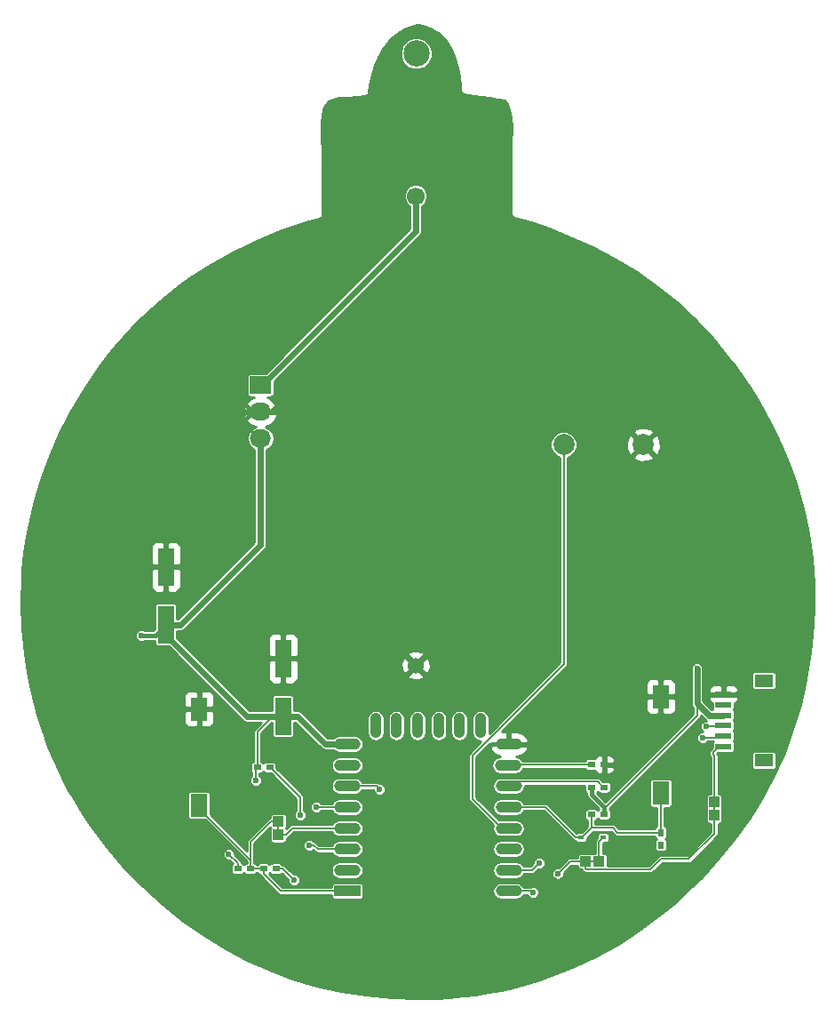
<source format=gbr>
G04 #@! TF.FileFunction,Copper,L2,Bot,Signal*
%FSLAX46Y46*%
G04 Gerber Fmt 4.6, Leading zero omitted, Abs format (unit mm)*
G04 Created by KiCad (PCBNEW 4.0.4-stable) date 12/07/16 00:40:48*
%MOMM*%
%LPD*%
G01*
G04 APERTURE LIST*
%ADD10C,0.100000*%
%ADD11C,2.000000*%
%ADD12R,1.600200X3.599180*%
%ADD13R,0.700000X0.600000*%
%ADD14R,0.590000X0.450000*%
%ADD15R,1.000000X1.000000*%
%ADD16R,2.032000X1.727200*%
%ADD17O,2.032000X1.727200*%
%ADD18R,1.550000X0.600000*%
%ADD19R,1.800000X1.200000*%
%ADD20R,0.600000X0.700000*%
%ADD21R,1.600000X2.180000*%
%ADD22R,2.500000X1.100000*%
%ADD23O,2.500000X1.100000*%
%ADD24O,1.100000X2.400000*%
%ADD25C,1.700000*%
%ADD26C,1.524000*%
%ADD27C,2.500000*%
%ADD28C,0.600000*%
%ADD29C,0.200000*%
%ADD30C,0.400000*%
%ADD31C,0.600000*%
%ADD32C,0.254000*%
G04 APERTURE END LIST*
D10*
D11*
X226099840Y-133175000D03*
X218500160Y-133175000D03*
D12*
X191750000Y-159050820D03*
X191750000Y-153549180D03*
X180575000Y-150325820D03*
X180575000Y-144824180D03*
D13*
X191100000Y-173575000D03*
X189900000Y-173575000D03*
D14*
X222280000Y-170600000D03*
X220170000Y-170600000D03*
D15*
X232850000Y-167200000D03*
X232850000Y-168500000D03*
X220575000Y-172875000D03*
X221875000Y-172875000D03*
D16*
X189600000Y-127500000D03*
D17*
X189600000Y-130040000D03*
X189600000Y-132580000D03*
D18*
X233712500Y-156950000D03*
X233712500Y-157950000D03*
X233712500Y-158950000D03*
X233712500Y-159950000D03*
X233712500Y-160950000D03*
X233712500Y-161950000D03*
D19*
X237587500Y-155650000D03*
X237587500Y-163250000D03*
D13*
X189300000Y-163925000D03*
X190500000Y-163925000D03*
X221150000Y-165825000D03*
X222350000Y-165825000D03*
X221150000Y-163650000D03*
X222350000Y-163650000D03*
D20*
X227775000Y-171325000D03*
X227775000Y-170125000D03*
D13*
X187450000Y-173575000D03*
X188650000Y-173575000D03*
X222350000Y-168400000D03*
X221150000Y-168400000D03*
D21*
X227747680Y-157172570D03*
X227752320Y-166377430D03*
X183747680Y-158347570D03*
X183752320Y-167552430D03*
D22*
X197875000Y-175700000D03*
D23*
X197875000Y-173700000D03*
X197875000Y-171700000D03*
X197875000Y-169700000D03*
X197875000Y-167700000D03*
X197875000Y-165700000D03*
X197875000Y-163700000D03*
X197875000Y-161700000D03*
D24*
X200565000Y-159950000D03*
X202565000Y-159950000D03*
X204565000Y-159950000D03*
X206565000Y-159950000D03*
X208565000Y-159950000D03*
X210565000Y-159950000D03*
D23*
X213275000Y-161700000D03*
X213175000Y-163700000D03*
X213275000Y-165700000D03*
X213275000Y-167700000D03*
X213275000Y-169700000D03*
X213275000Y-171700000D03*
X213275000Y-173700000D03*
X213275000Y-175700000D03*
D15*
X191300000Y-170350000D03*
X191300000Y-169050000D03*
D25*
X204400000Y-109500000D03*
D26*
X204400000Y-154200000D03*
D27*
X204450000Y-95925000D03*
D28*
X235125000Y-156950000D03*
X221675000Y-143850000D03*
X208600000Y-143750000D03*
X195725000Y-143725000D03*
X180600000Y-141850000D03*
X180575000Y-147375000D03*
X182575000Y-144000000D03*
X169625000Y-143875000D03*
X222425000Y-162350000D03*
X211075000Y-162325000D03*
X216250000Y-161625000D03*
X191725000Y-150625000D03*
X189900000Y-153500000D03*
X181425000Y-158425000D03*
X187250000Y-128450000D03*
X187225000Y-131750000D03*
X191575000Y-129025000D03*
X187000000Y-130000000D03*
X229550000Y-157175000D03*
X231200000Y-154475000D03*
X178250000Y-151350000D03*
X189150000Y-165150000D03*
X186575000Y-172175000D03*
X192800000Y-174650000D03*
X217950000Y-174025000D03*
X194925000Y-167700000D03*
X232050000Y-160025000D03*
X216150000Y-173025000D03*
X231725000Y-161075000D03*
X215550000Y-175850000D03*
X194250000Y-171325000D03*
X193375000Y-168475000D03*
X200950000Y-166000000D03*
D29*
X233712500Y-156950000D02*
X235125000Y-156950000D01*
X180575000Y-144824180D02*
X180575000Y-141875000D01*
X180575000Y-141875000D02*
X180600000Y-141850000D01*
X180575000Y-144824180D02*
X180575000Y-147375000D01*
D30*
X222350000Y-163650000D02*
X222350000Y-162425000D01*
X222350000Y-162425000D02*
X222425000Y-162350000D01*
X212575000Y-161700000D02*
X211700000Y-161700000D01*
X211700000Y-161700000D02*
X211075000Y-162325000D01*
X212575000Y-161700000D02*
X216175000Y-161700000D01*
X216175000Y-161700000D02*
X216250000Y-161625000D01*
X191750000Y-153549180D02*
X191750000Y-150650000D01*
X191750000Y-150650000D02*
X191725000Y-150625000D01*
X191750000Y-153549180D02*
X189949180Y-153549180D01*
X189949180Y-153549180D02*
X189900000Y-153500000D01*
X183747680Y-158347570D02*
X181502430Y-158347570D01*
X181502430Y-158347570D02*
X181425000Y-158425000D01*
X189600000Y-130040000D02*
X188840000Y-130040000D01*
X188840000Y-130040000D02*
X187250000Y-128450000D01*
X189600000Y-130040000D02*
X188935000Y-130040000D01*
X188935000Y-130040000D02*
X187225000Y-131750000D01*
X189600000Y-130040000D02*
X190560000Y-130040000D01*
X190560000Y-130040000D02*
X191575000Y-129025000D01*
X189600000Y-130040000D02*
X187040000Y-130040000D01*
X187040000Y-130040000D02*
X187000000Y-130000000D01*
X227747680Y-157172570D02*
X229547570Y-157172570D01*
X229547570Y-157172570D02*
X229550000Y-157175000D01*
D29*
X231200000Y-158975000D02*
X222475000Y-167700000D01*
X222475000Y-167700000D02*
X222325000Y-167700000D01*
X231200000Y-157812500D02*
X231200000Y-158975000D01*
D31*
X233712500Y-158950000D02*
X232337500Y-158950000D01*
X232337500Y-158950000D02*
X231200000Y-157812500D01*
X231200000Y-157812500D02*
X231200000Y-154475000D01*
D30*
X178250000Y-151350000D02*
X179550820Y-151350000D01*
X179550820Y-151350000D02*
X180575000Y-150325820D01*
X221150000Y-165825000D02*
X221150000Y-166525000D01*
X221150000Y-166525000D02*
X222325000Y-167700000D01*
X222325000Y-167700000D02*
X222350000Y-167700000D01*
X222350000Y-167700000D02*
X222350000Y-168400000D01*
X189600000Y-132580000D02*
X189752400Y-132580000D01*
D31*
X189600000Y-132580000D02*
X189600000Y-142700920D01*
X189600000Y-142700920D02*
X181975100Y-150325820D01*
X181975100Y-150325820D02*
X180575000Y-150325820D01*
X191750000Y-159050820D02*
X188300510Y-159050820D01*
X188300510Y-159050820D02*
X180575000Y-151325310D01*
X180575000Y-151325310D02*
X180575000Y-150325820D01*
X191750000Y-159050820D02*
X193150100Y-159050820D01*
X193150100Y-159050820D02*
X195799280Y-161700000D01*
X195799280Y-161700000D02*
X198575000Y-161700000D01*
D29*
X189300000Y-163925000D02*
X189300000Y-160500720D01*
X189300000Y-160500720D02*
X190749900Y-159050820D01*
X190749900Y-159050820D02*
X191750000Y-159050820D01*
X189150000Y-165150000D02*
X189150000Y-164075000D01*
X189150000Y-164075000D02*
X189300000Y-163925000D01*
X187450000Y-173575000D02*
X187450000Y-173050000D01*
X187450000Y-173050000D02*
X186575000Y-172175000D01*
D31*
X204400000Y-109500000D02*
X204400000Y-112852400D01*
X204400000Y-112852400D02*
X189752400Y-127500000D01*
X189752400Y-127500000D02*
X189600000Y-127500000D01*
D29*
X232850000Y-167200000D02*
X232850000Y-162812500D01*
X232850000Y-162812500D02*
X232737500Y-162700000D01*
X232737500Y-162700000D02*
X232737500Y-162450000D01*
X232737500Y-162450000D02*
X233237500Y-161950000D01*
X233237500Y-161950000D02*
X233712500Y-161950000D01*
X232850000Y-168500000D02*
X232850000Y-167200000D01*
X230425000Y-172650000D02*
X232850000Y-170225000D01*
X232850000Y-170225000D02*
X232850000Y-168500000D01*
X227750000Y-172650000D02*
X230425000Y-172650000D01*
X221875000Y-172875000D02*
X221875000Y-171005000D01*
X221875000Y-171005000D02*
X222280000Y-170600000D01*
X220575000Y-172875000D02*
X221875000Y-172875000D01*
X192800000Y-174650000D02*
X191725000Y-173575000D01*
X191725000Y-173575000D02*
X191100000Y-173575000D01*
X220575000Y-172875000D02*
X219100000Y-172875000D01*
X219100000Y-172875000D02*
X217950000Y-174025000D01*
X227750000Y-172650000D02*
X226774999Y-173625001D01*
X226774999Y-173625001D02*
X220625001Y-173625001D01*
X220625001Y-173625001D02*
X220575000Y-173575000D01*
X220575000Y-173575000D02*
X220575000Y-172875000D01*
X223625000Y-170125000D02*
X223190000Y-169690000D01*
X223190000Y-169690000D02*
X221150000Y-169690000D01*
X227775000Y-170125000D02*
X223625000Y-170125000D01*
X227752320Y-166377430D02*
X227752320Y-170102320D01*
X227752320Y-170102320D02*
X227775000Y-170125000D01*
X212575000Y-167700000D02*
X216775000Y-167700000D01*
X216775000Y-167700000D02*
X219675000Y-170600000D01*
X219675000Y-170600000D02*
X220170000Y-170600000D01*
X221150000Y-168400000D02*
X221150000Y-169690000D01*
X221150000Y-169690000D02*
X220240000Y-170600000D01*
X220240000Y-170600000D02*
X220170000Y-170600000D01*
X191300000Y-170350000D02*
X191300000Y-169050000D01*
X188650000Y-172740110D02*
X188650000Y-171000000D01*
X188650000Y-171000000D02*
X190600000Y-169050000D01*
X190600000Y-169050000D02*
X191300000Y-169050000D01*
X189900000Y-173575000D02*
X189900000Y-174075000D01*
X189900000Y-174075000D02*
X191525000Y-175700000D01*
X191525000Y-175700000D02*
X198575000Y-175700000D01*
X188650000Y-173575000D02*
X189900000Y-173575000D01*
X183752320Y-167552430D02*
X183752320Y-167842430D01*
X183752320Y-167842430D02*
X188650000Y-172740110D01*
X188650000Y-172740110D02*
X188650000Y-173075000D01*
X188650000Y-173075000D02*
X188650000Y-173575000D01*
X191300000Y-170350000D02*
X192000000Y-170350000D01*
X192000000Y-170350000D02*
X192650000Y-169700000D01*
X192650000Y-169700000D02*
X198575000Y-169700000D01*
X198575000Y-167700000D02*
X194925000Y-167700000D01*
X212575000Y-169700000D02*
X209800000Y-166925000D01*
X209800000Y-166925000D02*
X209800000Y-162785998D01*
X209800000Y-162785998D02*
X218500160Y-154085838D01*
X218500160Y-154085838D02*
X218500160Y-134589213D01*
X218500160Y-134589213D02*
X218500160Y-133175000D01*
X232050000Y-160025000D02*
X233637500Y-160025000D01*
X233637500Y-160025000D02*
X233712500Y-159950000D01*
X212575000Y-173700000D02*
X215475000Y-173700000D01*
X215475000Y-173700000D02*
X216150000Y-173025000D01*
X231725000Y-161075000D02*
X233587500Y-161075000D01*
X233587500Y-161075000D02*
X233712500Y-160950000D01*
X212575000Y-175700000D02*
X215400000Y-175700000D01*
X215400000Y-175700000D02*
X215550000Y-175850000D01*
X194250000Y-171325000D02*
X194674264Y-171325000D01*
X194674264Y-171325000D02*
X195049264Y-171700000D01*
X195049264Y-171700000D02*
X198575000Y-171700000D01*
X190500000Y-163925000D02*
X190550000Y-163925000D01*
X190550000Y-163925000D02*
X193375000Y-166750000D01*
X193375000Y-166750000D02*
X193375000Y-168475000D01*
X212575000Y-165700000D02*
X213000001Y-165274999D01*
X213000001Y-165274999D02*
X221749999Y-165274999D01*
X221749999Y-165274999D02*
X222300000Y-165825000D01*
X222300000Y-165825000D02*
X222350000Y-165825000D01*
X200950000Y-166000000D02*
X200650000Y-165700000D01*
X200650000Y-165700000D02*
X198575000Y-165700000D01*
X212575000Y-163700000D02*
X212625000Y-163650000D01*
X212625000Y-163650000D02*
X221150000Y-163650000D01*
D32*
G36*
X205078076Y-93304065D02*
X205782440Y-93563174D01*
X206529783Y-93986163D01*
X206885060Y-94270126D01*
X207352893Y-94814749D01*
X207773320Y-95531370D01*
X208136590Y-96447247D01*
X208423717Y-97580565D01*
X208611579Y-98937369D01*
X208649731Y-99475549D01*
X208655140Y-99495313D01*
X208655113Y-99515806D01*
X208671837Y-99556328D01*
X208683408Y-99598613D01*
X208695970Y-99614805D01*
X208703787Y-99633746D01*
X208734742Y-99664781D01*
X208761617Y-99699422D01*
X208779420Y-99709575D01*
X208793890Y-99724082D01*
X208834365Y-99740908D01*
X208872451Y-99762628D01*
X208892785Y-99765195D01*
X208911704Y-99773060D01*
X209870413Y-99965046D01*
X209883032Y-99965062D01*
X209895019Y-99969005D01*
X211407552Y-100153545D01*
X212213804Y-100271528D01*
X212850630Y-100421196D01*
X213101158Y-100750419D01*
X213319514Y-101264275D01*
X213462680Y-101966819D01*
X213519256Y-102960623D01*
X213486468Y-104543156D01*
X213486618Y-104543999D01*
X213486438Y-104544834D01*
X213474842Y-105288776D01*
X213475308Y-105291327D01*
X213474802Y-105293872D01*
X213474802Y-111221225D01*
X213478227Y-111238446D01*
X213476649Y-111255935D01*
X213490578Y-111300537D01*
X213499693Y-111346362D01*
X213509448Y-111360962D01*
X213514683Y-111377724D01*
X213544620Y-111413600D01*
X213570578Y-111452449D01*
X213585179Y-111462205D01*
X213596429Y-111475687D01*
X213637814Y-111497375D01*
X213676665Y-111523334D01*
X213693887Y-111526760D01*
X213709440Y-111534910D01*
X215073212Y-111936463D01*
X216396302Y-112367736D01*
X217664867Y-112822992D01*
X218899378Y-113308406D01*
X220086087Y-113817650D01*
X221240615Y-114356407D01*
X222353449Y-114919433D01*
X223435766Y-115511527D01*
X224481999Y-116129027D01*
X225496768Y-116773864D01*
X227443105Y-118151172D01*
X229279350Y-119643958D01*
X231017600Y-121260757D01*
X232666414Y-123010499D01*
X234235123Y-124906578D01*
X234789874Y-125639063D01*
X235546600Y-126696525D01*
X236283885Y-127799336D01*
X236962996Y-128889020D01*
X237617883Y-130019214D01*
X238216199Y-131133453D01*
X238786337Y-132283564D01*
X239302397Y-133416527D01*
X239787343Y-134581601D01*
X240221043Y-135729531D01*
X240621360Y-136906387D01*
X240973189Y-138066928D01*
X241289819Y-139253722D01*
X241560471Y-140425584D01*
X241794428Y-141621469D01*
X241984521Y-142804162D01*
X242136613Y-144009094D01*
X242246518Y-145202837D01*
X242317229Y-146417204D01*
X242346913Y-147622592D01*
X242336250Y-148847309D01*
X242285233Y-150065324D01*
X242192744Y-151300656D01*
X242010423Y-152916692D01*
X241586263Y-155488014D01*
X241023839Y-157940743D01*
X240326313Y-160285663D01*
X239495642Y-162531798D01*
X238532219Y-164687568D01*
X237434837Y-166760972D01*
X236200633Y-168759454D01*
X234825092Y-170689863D01*
X233301864Y-172558564D01*
X231622486Y-174371732D01*
X229921210Y-176004211D01*
X228912251Y-176893048D01*
X227861987Y-177761557D01*
X226838065Y-178554901D01*
X225777593Y-179323287D01*
X224737782Y-180026144D01*
X223663940Y-180701566D01*
X222606061Y-181318767D01*
X221516156Y-181906577D01*
X220438202Y-182441747D01*
X219329670Y-182945983D01*
X218229301Y-183401933D01*
X217099592Y-183825527D01*
X215974434Y-184204167D01*
X214820871Y-184549124D01*
X213668351Y-184851571D01*
X212488062Y-185119076D01*
X211305471Y-185345677D01*
X210095541Y-185536034D01*
X208879945Y-185686421D01*
X207637355Y-185799200D01*
X206385757Y-185872277D01*
X205105664Y-185906326D01*
X204661948Y-185908739D01*
X202108019Y-185830724D01*
X199639087Y-185600325D01*
X197245703Y-185221428D01*
X194922864Y-184696966D01*
X192665877Y-184028707D01*
X190470489Y-183217367D01*
X188332983Y-182262594D01*
X186250296Y-181163114D01*
X184220064Y-179916823D01*
X182240729Y-178520989D01*
X180309846Y-176971001D01*
X179308594Y-176087845D01*
X178322537Y-175162652D01*
X177364233Y-174206408D01*
X176476468Y-173263162D01*
X175617264Y-172289886D01*
X174819672Y-171325177D01*
X174051224Y-170331137D01*
X173337490Y-169341762D01*
X172653421Y-168323482D01*
X172018584Y-167306126D01*
X171530927Y-166462430D01*
X182669894Y-166462430D01*
X182669894Y-168642430D01*
X182689209Y-168745080D01*
X182749875Y-168839357D01*
X182842440Y-168902605D01*
X182952320Y-168924856D01*
X184301588Y-168924856D01*
X188273000Y-172896269D01*
X188273000Y-172997654D01*
X188197350Y-173011889D01*
X188103073Y-173072555D01*
X188049421Y-173151076D01*
X188002445Y-173078073D01*
X187909880Y-173014825D01*
X187816231Y-172995861D01*
X187798303Y-172905728D01*
X187716579Y-172783421D01*
X187151962Y-172218804D01*
X187152100Y-172060731D01*
X187064442Y-171848583D01*
X186902271Y-171686129D01*
X186690276Y-171598100D01*
X186460731Y-171597900D01*
X186248583Y-171685558D01*
X186086129Y-171847729D01*
X185998100Y-172059724D01*
X185997900Y-172289269D01*
X186085558Y-172501417D01*
X186247729Y-172663871D01*
X186459724Y-172751900D01*
X186618881Y-172752039D01*
X186925175Y-173058333D01*
X186903073Y-173072555D01*
X186839825Y-173165120D01*
X186817574Y-173275000D01*
X186817574Y-173875000D01*
X186836889Y-173977650D01*
X186897555Y-174071927D01*
X186990120Y-174135175D01*
X187100000Y-174157426D01*
X187800000Y-174157426D01*
X187902650Y-174138111D01*
X187996927Y-174077445D01*
X188050579Y-173998924D01*
X188097555Y-174071927D01*
X188190120Y-174135175D01*
X188300000Y-174157426D01*
X189000000Y-174157426D01*
X189102650Y-174138111D01*
X189196927Y-174077445D01*
X189260175Y-173984880D01*
X189266833Y-173952000D01*
X189282063Y-173952000D01*
X189286889Y-173977650D01*
X189347555Y-174071927D01*
X189440120Y-174135175D01*
X189538950Y-174155188D01*
X189551697Y-174219272D01*
X189633421Y-174341579D01*
X191258421Y-175966579D01*
X191380728Y-176048303D01*
X191525000Y-176077000D01*
X196342574Y-176077000D01*
X196342574Y-176250000D01*
X196361889Y-176352650D01*
X196422555Y-176446927D01*
X196515120Y-176510175D01*
X196625000Y-176532426D01*
X199125000Y-176532426D01*
X199227650Y-176513111D01*
X199321927Y-176452445D01*
X199385175Y-176359880D01*
X199407426Y-176250000D01*
X199407426Y-175700000D01*
X211718084Y-175700000D01*
X211781036Y-176016479D01*
X211960307Y-176284777D01*
X212228605Y-176464048D01*
X212545084Y-176527000D01*
X214004916Y-176527000D01*
X214321395Y-176464048D01*
X214589693Y-176284777D01*
X214728525Y-176077000D01*
X215019480Y-176077000D01*
X215060558Y-176176417D01*
X215222729Y-176338871D01*
X215434724Y-176426900D01*
X215664269Y-176427100D01*
X215876417Y-176339442D01*
X216038871Y-176177271D01*
X216126900Y-175965276D01*
X216127100Y-175735731D01*
X216039442Y-175523583D01*
X215877271Y-175361129D01*
X215665276Y-175273100D01*
X215435731Y-175272900D01*
X215314480Y-175323000D01*
X214728525Y-175323000D01*
X214589693Y-175115223D01*
X214321395Y-174935952D01*
X214004916Y-174873000D01*
X212545084Y-174873000D01*
X212228605Y-174935952D01*
X211960307Y-175115223D01*
X211781036Y-175383521D01*
X211718084Y-175700000D01*
X199407426Y-175700000D01*
X199407426Y-175150000D01*
X199388111Y-175047350D01*
X199327445Y-174953073D01*
X199234880Y-174889825D01*
X199125000Y-174867574D01*
X196625000Y-174867574D01*
X196522350Y-174886889D01*
X196428073Y-174947555D01*
X196364825Y-175040120D01*
X196342574Y-175150000D01*
X196342574Y-175323000D01*
X191681158Y-175323000D01*
X190440037Y-174081879D01*
X190446927Y-174077445D01*
X190500579Y-173998924D01*
X190547555Y-174071927D01*
X190640120Y-174135175D01*
X190750000Y-174157426D01*
X191450000Y-174157426D01*
X191552650Y-174138111D01*
X191646927Y-174077445D01*
X191666151Y-174049310D01*
X192223038Y-174606196D01*
X192222900Y-174764269D01*
X192310558Y-174976417D01*
X192472729Y-175138871D01*
X192684724Y-175226900D01*
X192914269Y-175227100D01*
X193126417Y-175139442D01*
X193288871Y-174977271D01*
X193376900Y-174765276D01*
X193377100Y-174535731D01*
X193289442Y-174323583D01*
X193127271Y-174161129D01*
X192915276Y-174073100D01*
X192756120Y-174072961D01*
X192383159Y-173700000D01*
X196318084Y-173700000D01*
X196381036Y-174016479D01*
X196560307Y-174284777D01*
X196828605Y-174464048D01*
X197145084Y-174527000D01*
X198604916Y-174527000D01*
X198921395Y-174464048D01*
X199189693Y-174284777D01*
X199368964Y-174016479D01*
X199431916Y-173700000D01*
X211718084Y-173700000D01*
X211781036Y-174016479D01*
X211960307Y-174284777D01*
X212228605Y-174464048D01*
X212545084Y-174527000D01*
X214004916Y-174527000D01*
X214321395Y-174464048D01*
X214589693Y-174284777D01*
X214728525Y-174077000D01*
X215475000Y-174077000D01*
X215619272Y-174048303D01*
X215741579Y-173966579D01*
X216106196Y-173601962D01*
X216264269Y-173602100D01*
X216476417Y-173514442D01*
X216638871Y-173352271D01*
X216726900Y-173140276D01*
X216727100Y-172910731D01*
X216639442Y-172698583D01*
X216477271Y-172536129D01*
X216265276Y-172448100D01*
X216035731Y-172447900D01*
X215823583Y-172535558D01*
X215661129Y-172697729D01*
X215573100Y-172909724D01*
X215572961Y-173068881D01*
X215318842Y-173323000D01*
X214728525Y-173323000D01*
X214589693Y-173115223D01*
X214321395Y-172935952D01*
X214004916Y-172873000D01*
X212545084Y-172873000D01*
X212228605Y-172935952D01*
X211960307Y-173115223D01*
X211781036Y-173383521D01*
X211718084Y-173700000D01*
X199431916Y-173700000D01*
X199368964Y-173383521D01*
X199189693Y-173115223D01*
X198921395Y-172935952D01*
X198604916Y-172873000D01*
X197145084Y-172873000D01*
X196828605Y-172935952D01*
X196560307Y-173115223D01*
X196381036Y-173383521D01*
X196318084Y-173700000D01*
X192383159Y-173700000D01*
X191991579Y-173308421D01*
X191869272Y-173226697D01*
X191725000Y-173198000D01*
X191717937Y-173198000D01*
X191713111Y-173172350D01*
X191652445Y-173078073D01*
X191559880Y-173014825D01*
X191450000Y-172992574D01*
X190750000Y-172992574D01*
X190647350Y-173011889D01*
X190553073Y-173072555D01*
X190499421Y-173151076D01*
X190452445Y-173078073D01*
X190359880Y-173014825D01*
X190250000Y-172992574D01*
X189550000Y-172992574D01*
X189447350Y-173011889D01*
X189353073Y-173072555D01*
X189289825Y-173165120D01*
X189283167Y-173198000D01*
X189267937Y-173198000D01*
X189263111Y-173172350D01*
X189202445Y-173078073D01*
X189109880Y-173014825D01*
X189027000Y-172998042D01*
X189027000Y-171439269D01*
X193672900Y-171439269D01*
X193760558Y-171651417D01*
X193922729Y-171813871D01*
X194134724Y-171901900D01*
X194364269Y-171902100D01*
X194576417Y-171814442D01*
X194603506Y-171787400D01*
X194782685Y-171966579D01*
X194904992Y-172048303D01*
X195049264Y-172077000D01*
X196421475Y-172077000D01*
X196560307Y-172284777D01*
X196828605Y-172464048D01*
X197145084Y-172527000D01*
X198604916Y-172527000D01*
X198921395Y-172464048D01*
X199189693Y-172284777D01*
X199368964Y-172016479D01*
X199431916Y-171700000D01*
X211718084Y-171700000D01*
X211781036Y-172016479D01*
X211960307Y-172284777D01*
X212228605Y-172464048D01*
X212545084Y-172527000D01*
X214004916Y-172527000D01*
X214321395Y-172464048D01*
X214589693Y-172284777D01*
X214768964Y-172016479D01*
X214831916Y-171700000D01*
X214768964Y-171383521D01*
X214589693Y-171115223D01*
X214321395Y-170935952D01*
X214004916Y-170873000D01*
X212545084Y-170873000D01*
X212228605Y-170935952D01*
X211960307Y-171115223D01*
X211781036Y-171383521D01*
X211718084Y-171700000D01*
X199431916Y-171700000D01*
X199368964Y-171383521D01*
X199189693Y-171115223D01*
X198921395Y-170935952D01*
X198604916Y-170873000D01*
X197145084Y-170873000D01*
X196828605Y-170935952D01*
X196560307Y-171115223D01*
X196421475Y-171323000D01*
X195205422Y-171323000D01*
X194940843Y-171058421D01*
X194818536Y-170976697D01*
X194692585Y-170951644D01*
X194577271Y-170836129D01*
X194365276Y-170748100D01*
X194135731Y-170747900D01*
X193923583Y-170835558D01*
X193761129Y-170997729D01*
X193673100Y-171209724D01*
X193672900Y-171439269D01*
X189027000Y-171439269D01*
X189027000Y-171156158D01*
X190535879Y-169647280D01*
X190536889Y-169652650D01*
X190567300Y-169699910D01*
X190539825Y-169740120D01*
X190517574Y-169850000D01*
X190517574Y-170850000D01*
X190536889Y-170952650D01*
X190597555Y-171046927D01*
X190690120Y-171110175D01*
X190800000Y-171132426D01*
X191800000Y-171132426D01*
X191902650Y-171113111D01*
X191996927Y-171052445D01*
X192060175Y-170959880D01*
X192082426Y-170850000D01*
X192082426Y-170710605D01*
X192144272Y-170698303D01*
X192266579Y-170616579D01*
X192806158Y-170077000D01*
X196421475Y-170077000D01*
X196560307Y-170284777D01*
X196828605Y-170464048D01*
X197145084Y-170527000D01*
X198604916Y-170527000D01*
X198921395Y-170464048D01*
X199189693Y-170284777D01*
X199368964Y-170016479D01*
X199431916Y-169700000D01*
X199368964Y-169383521D01*
X199189693Y-169115223D01*
X198921395Y-168935952D01*
X198604916Y-168873000D01*
X197145084Y-168873000D01*
X196828605Y-168935952D01*
X196560307Y-169115223D01*
X196421475Y-169323000D01*
X192650000Y-169323000D01*
X192505728Y-169351697D01*
X192383421Y-169433421D01*
X192064122Y-169752720D01*
X192063111Y-169747350D01*
X192032700Y-169700090D01*
X192060175Y-169659880D01*
X192082426Y-169550000D01*
X192082426Y-168550000D01*
X192063111Y-168447350D01*
X192002445Y-168353073D01*
X191909880Y-168289825D01*
X191800000Y-168267574D01*
X190800000Y-168267574D01*
X190697350Y-168286889D01*
X190603073Y-168347555D01*
X190539825Y-168440120D01*
X190517574Y-168550000D01*
X190517574Y-168689395D01*
X190464260Y-168700000D01*
X190455728Y-168701697D01*
X190333420Y-168783421D01*
X188383421Y-170733421D01*
X188301697Y-170855728D01*
X188273000Y-171000000D01*
X188273000Y-171829951D01*
X184834746Y-168391698D01*
X184834746Y-166462430D01*
X184815431Y-166359780D01*
X184754765Y-166265503D01*
X184662200Y-166202255D01*
X184552320Y-166180004D01*
X182952320Y-166180004D01*
X182849670Y-166199319D01*
X182755393Y-166259985D01*
X182692145Y-166352550D01*
X182669894Y-166462430D01*
X171530927Y-166462430D01*
X171414012Y-166260156D01*
X170854396Y-165211441D01*
X170325690Y-164134202D01*
X169838699Y-163050600D01*
X169383332Y-161938357D01*
X168967323Y-160816076D01*
X168583808Y-159664989D01*
X168277613Y-158633320D01*
X182312680Y-158633320D01*
X182312680Y-159563879D01*
X182409353Y-159797268D01*
X182587981Y-159975897D01*
X182821370Y-160072570D01*
X183461930Y-160072570D01*
X183620680Y-159913820D01*
X183620680Y-158474570D01*
X183874680Y-158474570D01*
X183874680Y-159913820D01*
X184033430Y-160072570D01*
X184673990Y-160072570D01*
X184907379Y-159975897D01*
X185086007Y-159797268D01*
X185182680Y-159563879D01*
X185182680Y-158633320D01*
X185023930Y-158474570D01*
X183874680Y-158474570D01*
X183620680Y-158474570D01*
X182471430Y-158474570D01*
X182312680Y-158633320D01*
X168277613Y-158633320D01*
X168238077Y-158500113D01*
X167925820Y-157305986D01*
X167886122Y-157131261D01*
X182312680Y-157131261D01*
X182312680Y-158061820D01*
X182471430Y-158220570D01*
X183620680Y-158220570D01*
X183620680Y-156781320D01*
X183874680Y-156781320D01*
X183874680Y-158220570D01*
X185023930Y-158220570D01*
X185182680Y-158061820D01*
X185182680Y-157131261D01*
X185086007Y-156897872D01*
X184907379Y-156719243D01*
X184673990Y-156622570D01*
X184033430Y-156622570D01*
X183874680Y-156781320D01*
X183620680Y-156781320D01*
X183461930Y-156622570D01*
X182821370Y-156622570D01*
X182587981Y-156719243D01*
X182409353Y-156897872D01*
X182312680Y-157131261D01*
X167886122Y-157131261D01*
X167650527Y-156094346D01*
X167410029Y-154853945D01*
X167136193Y-153089552D01*
X166971313Y-151464269D01*
X177672900Y-151464269D01*
X177760558Y-151676417D01*
X177922729Y-151838871D01*
X178134724Y-151926900D01*
X178364269Y-151927100D01*
X178576417Y-151839442D01*
X178588881Y-151827000D01*
X179492474Y-151827000D01*
X179492474Y-152125410D01*
X179511789Y-152228060D01*
X179572455Y-152322337D01*
X179665020Y-152385585D01*
X179774900Y-152407836D01*
X180841524Y-152407836D01*
X187892509Y-159458821D01*
X188079702Y-159583898D01*
X188300510Y-159627821D01*
X188300515Y-159627820D01*
X189639742Y-159627820D01*
X189033421Y-160234141D01*
X188951697Y-160356448D01*
X188923000Y-160500720D01*
X188923000Y-163347654D01*
X188847350Y-163361889D01*
X188753073Y-163422555D01*
X188689825Y-163515120D01*
X188667574Y-163625000D01*
X188667574Y-164225000D01*
X188686889Y-164327650D01*
X188747555Y-164421927D01*
X188773000Y-164439313D01*
X188773000Y-164711053D01*
X188661129Y-164822729D01*
X188573100Y-165034724D01*
X188572900Y-165264269D01*
X188660558Y-165476417D01*
X188822729Y-165638871D01*
X189034724Y-165726900D01*
X189264269Y-165727100D01*
X189476417Y-165639442D01*
X189638871Y-165477271D01*
X189726900Y-165265276D01*
X189727100Y-165035731D01*
X189639442Y-164823583D01*
X189527000Y-164710945D01*
X189527000Y-164507426D01*
X189650000Y-164507426D01*
X189752650Y-164488111D01*
X189846927Y-164427445D01*
X189900579Y-164348924D01*
X189947555Y-164421927D01*
X190040120Y-164485175D01*
X190150000Y-164507426D01*
X190599268Y-164507426D01*
X192998000Y-166906158D01*
X192998000Y-168036053D01*
X192886129Y-168147729D01*
X192798100Y-168359724D01*
X192797900Y-168589269D01*
X192885558Y-168801417D01*
X193047729Y-168963871D01*
X193259724Y-169051900D01*
X193489269Y-169052100D01*
X193701417Y-168964442D01*
X193863871Y-168802271D01*
X193951900Y-168590276D01*
X193952100Y-168360731D01*
X193864442Y-168148583D01*
X193752000Y-168035945D01*
X193752000Y-167814269D01*
X194347900Y-167814269D01*
X194435558Y-168026417D01*
X194597729Y-168188871D01*
X194809724Y-168276900D01*
X195039269Y-168277100D01*
X195251417Y-168189442D01*
X195364055Y-168077000D01*
X196421475Y-168077000D01*
X196560307Y-168284777D01*
X196828605Y-168464048D01*
X197145084Y-168527000D01*
X198604916Y-168527000D01*
X198921395Y-168464048D01*
X199189693Y-168284777D01*
X199368964Y-168016479D01*
X199431916Y-167700000D01*
X199368964Y-167383521D01*
X199189693Y-167115223D01*
X198921395Y-166935952D01*
X198604916Y-166873000D01*
X197145084Y-166873000D01*
X196828605Y-166935952D01*
X196560307Y-167115223D01*
X196421475Y-167323000D01*
X195363947Y-167323000D01*
X195252271Y-167211129D01*
X195040276Y-167123100D01*
X194810731Y-167122900D01*
X194598583Y-167210558D01*
X194436129Y-167372729D01*
X194348100Y-167584724D01*
X194347900Y-167814269D01*
X193752000Y-167814269D01*
X193752000Y-166750000D01*
X193723303Y-166605728D01*
X193641579Y-166483421D01*
X192858158Y-165700000D01*
X196318084Y-165700000D01*
X196381036Y-166016479D01*
X196560307Y-166284777D01*
X196828605Y-166464048D01*
X197145084Y-166527000D01*
X198604916Y-166527000D01*
X198921395Y-166464048D01*
X199189693Y-166284777D01*
X199328525Y-166077000D01*
X200372932Y-166077000D01*
X200372900Y-166114269D01*
X200460558Y-166326417D01*
X200622729Y-166488871D01*
X200834724Y-166576900D01*
X201064269Y-166577100D01*
X201276417Y-166489442D01*
X201438871Y-166327271D01*
X201526900Y-166115276D01*
X201527100Y-165885731D01*
X201439442Y-165673583D01*
X201277271Y-165511129D01*
X201065276Y-165423100D01*
X200900918Y-165422957D01*
X200794272Y-165351697D01*
X200650000Y-165323000D01*
X199328525Y-165323000D01*
X199189693Y-165115223D01*
X198921395Y-164935952D01*
X198604916Y-164873000D01*
X197145084Y-164873000D01*
X196828605Y-164935952D01*
X196560307Y-165115223D01*
X196381036Y-165383521D01*
X196318084Y-165700000D01*
X192858158Y-165700000D01*
X191132426Y-163974268D01*
X191132426Y-163700000D01*
X196318084Y-163700000D01*
X196381036Y-164016479D01*
X196560307Y-164284777D01*
X196828605Y-164464048D01*
X197145084Y-164527000D01*
X198604916Y-164527000D01*
X198921395Y-164464048D01*
X199189693Y-164284777D01*
X199368964Y-164016479D01*
X199431916Y-163700000D01*
X199368964Y-163383521D01*
X199189693Y-163115223D01*
X198921395Y-162935952D01*
X198604916Y-162873000D01*
X197145084Y-162873000D01*
X196828605Y-162935952D01*
X196560307Y-163115223D01*
X196381036Y-163383521D01*
X196318084Y-163700000D01*
X191132426Y-163700000D01*
X191132426Y-163625000D01*
X191113111Y-163522350D01*
X191052445Y-163428073D01*
X190959880Y-163364825D01*
X190850000Y-163342574D01*
X190150000Y-163342574D01*
X190047350Y-163361889D01*
X189953073Y-163422555D01*
X189899421Y-163501076D01*
X189852445Y-163428073D01*
X189759880Y-163364825D01*
X189677000Y-163348042D01*
X189677000Y-162785998D01*
X209423000Y-162785998D01*
X209423000Y-166925000D01*
X209451697Y-167069272D01*
X209533421Y-167191579D01*
X211771799Y-169429958D01*
X211718084Y-169700000D01*
X211781036Y-170016479D01*
X211960307Y-170284777D01*
X212228605Y-170464048D01*
X212545084Y-170527000D01*
X214004916Y-170527000D01*
X214321395Y-170464048D01*
X214589693Y-170284777D01*
X214768964Y-170016479D01*
X214831916Y-169700000D01*
X214768964Y-169383521D01*
X214589693Y-169115223D01*
X214321395Y-168935952D01*
X214004916Y-168873000D01*
X212545084Y-168873000D01*
X212324947Y-168916788D01*
X210177000Y-166768842D01*
X210177000Y-165700000D01*
X211718084Y-165700000D01*
X211781036Y-166016479D01*
X211960307Y-166284777D01*
X212228605Y-166464048D01*
X212545084Y-166527000D01*
X214004916Y-166527000D01*
X214321395Y-166464048D01*
X214589693Y-166284777D01*
X214768964Y-166016479D01*
X214831916Y-165700000D01*
X214822368Y-165651999D01*
X220517574Y-165651999D01*
X220517574Y-166125000D01*
X220536889Y-166227650D01*
X220597555Y-166321927D01*
X220673000Y-166373477D01*
X220673000Y-166525000D01*
X220709309Y-166707540D01*
X220812710Y-166862290D01*
X221830394Y-167879974D01*
X221803073Y-167897555D01*
X221749421Y-167976076D01*
X221702445Y-167903073D01*
X221609880Y-167839825D01*
X221500000Y-167817574D01*
X220800000Y-167817574D01*
X220697350Y-167836889D01*
X220603073Y-167897555D01*
X220539825Y-167990120D01*
X220517574Y-168100000D01*
X220517574Y-168700000D01*
X220536889Y-168802650D01*
X220597555Y-168896927D01*
X220690120Y-168960175D01*
X220773000Y-168976958D01*
X220773000Y-169533842D01*
X220214268Y-170092574D01*
X219875000Y-170092574D01*
X219772350Y-170111889D01*
X219740526Y-170132368D01*
X217041579Y-167433421D01*
X216919272Y-167351697D01*
X216775000Y-167323000D01*
X214728525Y-167323000D01*
X214589693Y-167115223D01*
X214321395Y-166935952D01*
X214004916Y-166873000D01*
X212545084Y-166873000D01*
X212228605Y-166935952D01*
X211960307Y-167115223D01*
X211781036Y-167383521D01*
X211718084Y-167700000D01*
X211781036Y-168016479D01*
X211960307Y-168284777D01*
X212228605Y-168464048D01*
X212545084Y-168527000D01*
X214004916Y-168527000D01*
X214321395Y-168464048D01*
X214589693Y-168284777D01*
X214728525Y-168077000D01*
X216618842Y-168077000D01*
X219408421Y-170866579D01*
X219530728Y-170948303D01*
X219639043Y-170969848D01*
X219672555Y-171021927D01*
X219765120Y-171085175D01*
X219875000Y-171107426D01*
X220465000Y-171107426D01*
X220567650Y-171088111D01*
X220661927Y-171027445D01*
X220725175Y-170934880D01*
X220747426Y-170825000D01*
X220747426Y-170625732D01*
X221306158Y-170067000D01*
X223033842Y-170067000D01*
X223358421Y-170391579D01*
X223480728Y-170473303D01*
X223625000Y-170502000D01*
X227197654Y-170502000D01*
X227211889Y-170577650D01*
X227272555Y-170671927D01*
X227351076Y-170725579D01*
X227278073Y-170772555D01*
X227214825Y-170865120D01*
X227192574Y-170975000D01*
X227192574Y-171675000D01*
X227211889Y-171777650D01*
X227272555Y-171871927D01*
X227365120Y-171935175D01*
X227475000Y-171957426D01*
X228075000Y-171957426D01*
X228177650Y-171938111D01*
X228271927Y-171877445D01*
X228335175Y-171784880D01*
X228357426Y-171675000D01*
X228357426Y-170975000D01*
X228338111Y-170872350D01*
X228277445Y-170778073D01*
X228198924Y-170724421D01*
X228271927Y-170677445D01*
X228335175Y-170584880D01*
X228357426Y-170475000D01*
X228357426Y-169775000D01*
X228338111Y-169672350D01*
X228277445Y-169578073D01*
X228184880Y-169514825D01*
X228129320Y-169503574D01*
X228129320Y-167749856D01*
X228552320Y-167749856D01*
X228654970Y-167730541D01*
X228749247Y-167669875D01*
X228812495Y-167577310D01*
X228834746Y-167467430D01*
X228834746Y-165287430D01*
X228815431Y-165184780D01*
X228754765Y-165090503D01*
X228662200Y-165027255D01*
X228552320Y-165005004D01*
X226952320Y-165005004D01*
X226849670Y-165024319D01*
X226755393Y-165084985D01*
X226692145Y-165177550D01*
X226669894Y-165287430D01*
X226669894Y-167467430D01*
X226689209Y-167570080D01*
X226749875Y-167664357D01*
X226842440Y-167727605D01*
X226952320Y-167749856D01*
X227375320Y-167749856D01*
X227375320Y-169511330D01*
X227372350Y-169511889D01*
X227278073Y-169572555D01*
X227214825Y-169665120D01*
X227198042Y-169748000D01*
X223781158Y-169748000D01*
X223456579Y-169423421D01*
X223334272Y-169341697D01*
X223190000Y-169313000D01*
X221527000Y-169313000D01*
X221527000Y-168977346D01*
X221602650Y-168963111D01*
X221696927Y-168902445D01*
X221750579Y-168823924D01*
X221797555Y-168896927D01*
X221890120Y-168960175D01*
X222000000Y-168982426D01*
X222700000Y-168982426D01*
X222802650Y-168963111D01*
X222896927Y-168902445D01*
X222960175Y-168809880D01*
X222982426Y-168700000D01*
X222982426Y-168100000D01*
X222963111Y-167997350D01*
X222902445Y-167903073D01*
X222844606Y-167863552D01*
X231466579Y-159241579D01*
X231548303Y-159119272D01*
X231571939Y-159000441D01*
X231929499Y-159358001D01*
X232064211Y-159448012D01*
X231935731Y-159447900D01*
X231723583Y-159535558D01*
X231561129Y-159697729D01*
X231473100Y-159909724D01*
X231472900Y-160139269D01*
X231560558Y-160351417D01*
X231706869Y-160497984D01*
X231610731Y-160497900D01*
X231398583Y-160585558D01*
X231236129Y-160747729D01*
X231148100Y-160959724D01*
X231147900Y-161189269D01*
X231235558Y-161401417D01*
X231397729Y-161563871D01*
X231609724Y-161651900D01*
X231839269Y-161652100D01*
X232051417Y-161564442D01*
X232164055Y-161452000D01*
X232737536Y-161452000D01*
X232677325Y-161540120D01*
X232655074Y-161650000D01*
X232655074Y-161999268D01*
X232470921Y-162183421D01*
X232389197Y-162305728D01*
X232360500Y-162450000D01*
X232360500Y-162700000D01*
X232389197Y-162844272D01*
X232470921Y-162966579D01*
X232473000Y-162968658D01*
X232473000Y-166417574D01*
X232350000Y-166417574D01*
X232247350Y-166436889D01*
X232153073Y-166497555D01*
X232089825Y-166590120D01*
X232067574Y-166700000D01*
X232067574Y-167700000D01*
X232086889Y-167802650D01*
X232117300Y-167849910D01*
X232089825Y-167890120D01*
X232067574Y-168000000D01*
X232067574Y-169000000D01*
X232086889Y-169102650D01*
X232147555Y-169196927D01*
X232240120Y-169260175D01*
X232350000Y-169282426D01*
X232473000Y-169282426D01*
X232473000Y-170068842D01*
X230268842Y-172273000D01*
X227750000Y-172273000D01*
X227605728Y-172301697D01*
X227556739Y-172334431D01*
X227483421Y-172383420D01*
X226618841Y-173248001D01*
X222657426Y-173248001D01*
X222657426Y-172375000D01*
X222638111Y-172272350D01*
X222577445Y-172178073D01*
X222484880Y-172114825D01*
X222375000Y-172092574D01*
X222252000Y-172092574D01*
X222252000Y-171161158D01*
X222305732Y-171107426D01*
X222575000Y-171107426D01*
X222677650Y-171088111D01*
X222771927Y-171027445D01*
X222835175Y-170934880D01*
X222857426Y-170825000D01*
X222857426Y-170375000D01*
X222838111Y-170272350D01*
X222777445Y-170178073D01*
X222684880Y-170114825D01*
X222575000Y-170092574D01*
X221985000Y-170092574D01*
X221882350Y-170111889D01*
X221788073Y-170172555D01*
X221724825Y-170265120D01*
X221702574Y-170375000D01*
X221702574Y-170644268D01*
X221608421Y-170738421D01*
X221526697Y-170860728D01*
X221498000Y-171005000D01*
X221498000Y-172092574D01*
X221375000Y-172092574D01*
X221272350Y-172111889D01*
X221225090Y-172142300D01*
X221184880Y-172114825D01*
X221075000Y-172092574D01*
X220075000Y-172092574D01*
X219972350Y-172111889D01*
X219878073Y-172172555D01*
X219814825Y-172265120D01*
X219792574Y-172375000D01*
X219792574Y-172498000D01*
X219100000Y-172498000D01*
X218955728Y-172526697D01*
X218906739Y-172559431D01*
X218833421Y-172608420D01*
X217993804Y-173448038D01*
X217835731Y-173447900D01*
X217623583Y-173535558D01*
X217461129Y-173697729D01*
X217373100Y-173909724D01*
X217372900Y-174139269D01*
X217460558Y-174351417D01*
X217622729Y-174513871D01*
X217834724Y-174601900D01*
X218064269Y-174602100D01*
X218276417Y-174514442D01*
X218438871Y-174352271D01*
X218526900Y-174140276D01*
X218527039Y-173981120D01*
X219256159Y-173252000D01*
X219792574Y-173252000D01*
X219792574Y-173375000D01*
X219811889Y-173477650D01*
X219872555Y-173571927D01*
X219965120Y-173635175D01*
X220075000Y-173657426D01*
X220214395Y-173657426D01*
X220226697Y-173719272D01*
X220308421Y-173841579D01*
X220358422Y-173891580D01*
X220480729Y-173973304D01*
X220625001Y-174002001D01*
X226774999Y-174002001D01*
X226919271Y-173973304D01*
X227041578Y-173891580D01*
X227906159Y-173027000D01*
X230425000Y-173027000D01*
X230569272Y-172998303D01*
X230691579Y-172916579D01*
X233116579Y-170491579D01*
X233198303Y-170369272D01*
X233227000Y-170225000D01*
X233227000Y-169282426D01*
X233350000Y-169282426D01*
X233452650Y-169263111D01*
X233546927Y-169202445D01*
X233610175Y-169109880D01*
X233632426Y-169000000D01*
X233632426Y-168000000D01*
X233613111Y-167897350D01*
X233582700Y-167850090D01*
X233610175Y-167809880D01*
X233632426Y-167700000D01*
X233632426Y-166700000D01*
X233613111Y-166597350D01*
X233552445Y-166503073D01*
X233459880Y-166439825D01*
X233350000Y-166417574D01*
X233227000Y-166417574D01*
X233227000Y-162812500D01*
X233198303Y-162668228D01*
X233186124Y-162650000D01*
X236405074Y-162650000D01*
X236405074Y-163850000D01*
X236424389Y-163952650D01*
X236485055Y-164046927D01*
X236577620Y-164110175D01*
X236687500Y-164132426D01*
X238487500Y-164132426D01*
X238590150Y-164113111D01*
X238684427Y-164052445D01*
X238747675Y-163959880D01*
X238769926Y-163850000D01*
X238769926Y-162650000D01*
X238750611Y-162547350D01*
X238689945Y-162453073D01*
X238597380Y-162389825D01*
X238487500Y-162367574D01*
X236687500Y-162367574D01*
X236584850Y-162386889D01*
X236490573Y-162447555D01*
X236427325Y-162540120D01*
X236405074Y-162650000D01*
X233186124Y-162650000D01*
X233139874Y-162580784D01*
X233188232Y-162532426D01*
X234487500Y-162532426D01*
X234590150Y-162513111D01*
X234684427Y-162452445D01*
X234747675Y-162359880D01*
X234769926Y-162250000D01*
X234769926Y-161650000D01*
X234750611Y-161547350D01*
X234689945Y-161453073D01*
X234685891Y-161450303D01*
X234747675Y-161359880D01*
X234769926Y-161250000D01*
X234769926Y-160650000D01*
X234750611Y-160547350D01*
X234689945Y-160453073D01*
X234685891Y-160450303D01*
X234747675Y-160359880D01*
X234769926Y-160250000D01*
X234769926Y-159650000D01*
X234750611Y-159547350D01*
X234689945Y-159453073D01*
X234685891Y-159450303D01*
X234747675Y-159359880D01*
X234769926Y-159250000D01*
X234769926Y-158650000D01*
X234750611Y-158547350D01*
X234689945Y-158453073D01*
X234685891Y-158450303D01*
X234747675Y-158359880D01*
X234769926Y-158250000D01*
X234769926Y-157820335D01*
X234847199Y-157788327D01*
X235025827Y-157609698D01*
X235122500Y-157376309D01*
X235122500Y-157235750D01*
X234963750Y-157077000D01*
X233839500Y-157077000D01*
X233839500Y-157097000D01*
X233585500Y-157097000D01*
X233585500Y-157077000D01*
X232461250Y-157077000D01*
X232302500Y-157235750D01*
X232302500Y-157376309D01*
X232399173Y-157609698D01*
X232577801Y-157788327D01*
X232655074Y-157820335D01*
X232655074Y-158250000D01*
X232674389Y-158352650D01*
X232687484Y-158373000D01*
X232576502Y-158373000D01*
X231777000Y-157573498D01*
X231777000Y-156523691D01*
X232302500Y-156523691D01*
X232302500Y-156664250D01*
X232461250Y-156823000D01*
X233585500Y-156823000D01*
X233585500Y-156173750D01*
X233839500Y-156173750D01*
X233839500Y-156823000D01*
X234963750Y-156823000D01*
X235122500Y-156664250D01*
X235122500Y-156523691D01*
X235025827Y-156290302D01*
X234847199Y-156111673D01*
X234613810Y-156015000D01*
X233998250Y-156015000D01*
X233839500Y-156173750D01*
X233585500Y-156173750D01*
X233426750Y-156015000D01*
X232811190Y-156015000D01*
X232577801Y-156111673D01*
X232399173Y-156290302D01*
X232302500Y-156523691D01*
X231777000Y-156523691D01*
X231777000Y-155050000D01*
X236405074Y-155050000D01*
X236405074Y-156250000D01*
X236424389Y-156352650D01*
X236485055Y-156446927D01*
X236577620Y-156510175D01*
X236687500Y-156532426D01*
X238487500Y-156532426D01*
X238590150Y-156513111D01*
X238684427Y-156452445D01*
X238747675Y-156359880D01*
X238769926Y-156250000D01*
X238769926Y-155050000D01*
X238750611Y-154947350D01*
X238689945Y-154853073D01*
X238597380Y-154789825D01*
X238487500Y-154767574D01*
X236687500Y-154767574D01*
X236584850Y-154786889D01*
X236490573Y-154847555D01*
X236427325Y-154940120D01*
X236405074Y-155050000D01*
X231777000Y-155050000D01*
X231777000Y-154475000D01*
X231777100Y-154360731D01*
X231689442Y-154148583D01*
X231608003Y-154067002D01*
X231608001Y-154066999D01*
X231607998Y-154066997D01*
X231527271Y-153986129D01*
X231315276Y-153898100D01*
X231085731Y-153897900D01*
X230873583Y-153985558D01*
X230792002Y-154066997D01*
X230791999Y-154066999D01*
X230791997Y-154067002D01*
X230711129Y-154147729D01*
X230623100Y-154359724D01*
X230622900Y-154589269D01*
X230623000Y-154589511D01*
X230623000Y-157812495D01*
X230622999Y-157812500D01*
X230666922Y-158033308D01*
X230791999Y-158220501D01*
X230823000Y-158251502D01*
X230823000Y-158818842D01*
X222470711Y-167171131D01*
X221654394Y-166354814D01*
X221696927Y-166327445D01*
X221750579Y-166248924D01*
X221797555Y-166321927D01*
X221890120Y-166385175D01*
X222000000Y-166407426D01*
X222700000Y-166407426D01*
X222802650Y-166388111D01*
X222896927Y-166327445D01*
X222960175Y-166234880D01*
X222982426Y-166125000D01*
X222982426Y-165525000D01*
X222963111Y-165422350D01*
X222902445Y-165328073D01*
X222809880Y-165264825D01*
X222700000Y-165242574D01*
X222250732Y-165242574D01*
X222016578Y-165008420D01*
X221894271Y-164926696D01*
X221749999Y-164897999D01*
X214130594Y-164897999D01*
X214004916Y-164873000D01*
X212545084Y-164873000D01*
X212228605Y-164935952D01*
X211960307Y-165115223D01*
X211781036Y-165383521D01*
X211718084Y-165700000D01*
X210177000Y-165700000D01*
X210177000Y-162942156D01*
X211390000Y-161729156D01*
X211390000Y-161827002D01*
X211556638Y-161827002D01*
X211431197Y-162009744D01*
X211431602Y-162036146D01*
X211647276Y-162448118D01*
X212004187Y-162746196D01*
X212423414Y-162877311D01*
X212128605Y-162935952D01*
X211860307Y-163115223D01*
X211681036Y-163383521D01*
X211618084Y-163700000D01*
X211681036Y-164016479D01*
X211860307Y-164284777D01*
X212128605Y-164464048D01*
X212445084Y-164527000D01*
X213904916Y-164527000D01*
X214221395Y-164464048D01*
X214489693Y-164284777D01*
X214661934Y-164027000D01*
X220532063Y-164027000D01*
X220536889Y-164052650D01*
X220597555Y-164146927D01*
X220690120Y-164210175D01*
X220800000Y-164232426D01*
X221429665Y-164232426D01*
X221461673Y-164309699D01*
X221640302Y-164488327D01*
X221873691Y-164585000D01*
X222064250Y-164585000D01*
X222223000Y-164426250D01*
X222223000Y-163777000D01*
X222477000Y-163777000D01*
X222477000Y-164426250D01*
X222635750Y-164585000D01*
X222826309Y-164585000D01*
X223059698Y-164488327D01*
X223238327Y-164309699D01*
X223335000Y-164076310D01*
X223335000Y-163935750D01*
X223176250Y-163777000D01*
X222477000Y-163777000D01*
X222223000Y-163777000D01*
X222203000Y-163777000D01*
X222203000Y-163523000D01*
X222223000Y-163523000D01*
X222223000Y-162873750D01*
X222477000Y-162873750D01*
X222477000Y-163523000D01*
X223176250Y-163523000D01*
X223335000Y-163364250D01*
X223335000Y-163223690D01*
X223238327Y-162990301D01*
X223059698Y-162811673D01*
X222826309Y-162715000D01*
X222635750Y-162715000D01*
X222477000Y-162873750D01*
X222223000Y-162873750D01*
X222064250Y-162715000D01*
X221873691Y-162715000D01*
X221640302Y-162811673D01*
X221461673Y-162990301D01*
X221429665Y-163067574D01*
X220800000Y-163067574D01*
X220697350Y-163086889D01*
X220603073Y-163147555D01*
X220539825Y-163240120D01*
X220533167Y-163273000D01*
X214595116Y-163273000D01*
X214489693Y-163115223D01*
X214221395Y-162935952D01*
X213965244Y-162885000D01*
X214102000Y-162885000D01*
X214545813Y-162746196D01*
X214902724Y-162448118D01*
X215118398Y-162036146D01*
X215118803Y-162009744D01*
X214993361Y-161827000D01*
X213402000Y-161827000D01*
X213402000Y-161847000D01*
X213148000Y-161847000D01*
X213148000Y-161827000D01*
X213128000Y-161827000D01*
X213128000Y-161573000D01*
X213148000Y-161573000D01*
X213148000Y-160515000D01*
X213402000Y-160515000D01*
X213402000Y-161573000D01*
X214993361Y-161573000D01*
X215118803Y-161390256D01*
X215118398Y-161363854D01*
X214902724Y-160951882D01*
X214545813Y-160653804D01*
X214102000Y-160515000D01*
X213402000Y-160515000D01*
X213148000Y-160515000D01*
X212604156Y-160515000D01*
X215660836Y-157458320D01*
X226312680Y-157458320D01*
X226312680Y-158388879D01*
X226409353Y-158622268D01*
X226587981Y-158800897D01*
X226821370Y-158897570D01*
X227461930Y-158897570D01*
X227620680Y-158738820D01*
X227620680Y-157299570D01*
X227874680Y-157299570D01*
X227874680Y-158738820D01*
X228033430Y-158897570D01*
X228673990Y-158897570D01*
X228907379Y-158800897D01*
X229086007Y-158622268D01*
X229182680Y-158388879D01*
X229182680Y-157458320D01*
X229023930Y-157299570D01*
X227874680Y-157299570D01*
X227620680Y-157299570D01*
X226471430Y-157299570D01*
X226312680Y-157458320D01*
X215660836Y-157458320D01*
X217162895Y-155956261D01*
X226312680Y-155956261D01*
X226312680Y-156886820D01*
X226471430Y-157045570D01*
X227620680Y-157045570D01*
X227620680Y-155606320D01*
X227874680Y-155606320D01*
X227874680Y-157045570D01*
X229023930Y-157045570D01*
X229182680Y-156886820D01*
X229182680Y-155956261D01*
X229086007Y-155722872D01*
X228907379Y-155544243D01*
X228673990Y-155447570D01*
X228033430Y-155447570D01*
X227874680Y-155606320D01*
X227620680Y-155606320D01*
X227461930Y-155447570D01*
X226821370Y-155447570D01*
X226587981Y-155544243D01*
X226409353Y-155722872D01*
X226312680Y-155956261D01*
X217162895Y-155956261D01*
X218766739Y-154352417D01*
X218848463Y-154230110D01*
X218864849Y-154147729D01*
X218877160Y-154085838D01*
X218877160Y-134400943D01*
X219054827Y-134327532D01*
X225126913Y-134327532D01*
X225225576Y-134594387D01*
X225835301Y-134820908D01*
X226485300Y-134796856D01*
X226974104Y-134594387D01*
X227072767Y-134327532D01*
X226099840Y-133354605D01*
X225126913Y-134327532D01*
X219054827Y-134327532D01*
X219222577Y-134258219D01*
X219582117Y-133899307D01*
X219776938Y-133430125D01*
X219777381Y-132922103D01*
X219772571Y-132910461D01*
X224453932Y-132910461D01*
X224477984Y-133560460D01*
X224680453Y-134049264D01*
X224947308Y-134147927D01*
X225920235Y-133175000D01*
X226279445Y-133175000D01*
X227252372Y-134147927D01*
X227519227Y-134049264D01*
X227745748Y-133439539D01*
X227721696Y-132789540D01*
X227519227Y-132300736D01*
X227252372Y-132202073D01*
X226279445Y-133175000D01*
X225920235Y-133175000D01*
X224947308Y-132202073D01*
X224680453Y-132300736D01*
X224453932Y-132910461D01*
X219772571Y-132910461D01*
X219583379Y-132452583D01*
X219224467Y-132093043D01*
X219054504Y-132022468D01*
X225126913Y-132022468D01*
X226099840Y-132995395D01*
X227072767Y-132022468D01*
X226974104Y-131755613D01*
X226364379Y-131529092D01*
X225714380Y-131553144D01*
X225225576Y-131755613D01*
X225126913Y-132022468D01*
X219054504Y-132022468D01*
X218755285Y-131898222D01*
X218247263Y-131897779D01*
X217777743Y-132091781D01*
X217418203Y-132450693D01*
X217223382Y-132919875D01*
X217222939Y-133427897D01*
X217416941Y-133897417D01*
X217775853Y-134256957D01*
X218123160Y-134401171D01*
X218123160Y-153929680D01*
X211384078Y-160668762D01*
X211392000Y-160628936D01*
X211392000Y-159271064D01*
X211329048Y-158954585D01*
X211149777Y-158686287D01*
X210881479Y-158507016D01*
X210565000Y-158444064D01*
X210248521Y-158507016D01*
X209980223Y-158686287D01*
X209800952Y-158954585D01*
X209738000Y-159271064D01*
X209738000Y-160628936D01*
X209800952Y-160945415D01*
X209980223Y-161213713D01*
X210248521Y-161392984D01*
X210565000Y-161455936D01*
X210604826Y-161448014D01*
X209533421Y-162519419D01*
X209451697Y-162641726D01*
X209423000Y-162785998D01*
X189677000Y-162785998D01*
X189677000Y-160656878D01*
X190667474Y-159666404D01*
X190667474Y-160850410D01*
X190686789Y-160953060D01*
X190747455Y-161047337D01*
X190840020Y-161110585D01*
X190949900Y-161132836D01*
X192550100Y-161132836D01*
X192652750Y-161113521D01*
X192747027Y-161052855D01*
X192810275Y-160960290D01*
X192832526Y-160850410D01*
X192832526Y-159627820D01*
X192911098Y-159627820D01*
X195391277Y-162107998D01*
X195391279Y-162108001D01*
X195519414Y-162193617D01*
X195578472Y-162233078D01*
X195799280Y-162277000D01*
X196555111Y-162277000D01*
X196560307Y-162284777D01*
X196828605Y-162464048D01*
X197145084Y-162527000D01*
X198604916Y-162527000D01*
X198921395Y-162464048D01*
X199189693Y-162284777D01*
X199368964Y-162016479D01*
X199431916Y-161700000D01*
X199368964Y-161383521D01*
X199189693Y-161115223D01*
X198921395Y-160935952D01*
X198604916Y-160873000D01*
X197145084Y-160873000D01*
X196828605Y-160935952D01*
X196560307Y-161115223D01*
X196555111Y-161123000D01*
X196038281Y-161123000D01*
X194186346Y-159271064D01*
X199738000Y-159271064D01*
X199738000Y-160628936D01*
X199800952Y-160945415D01*
X199980223Y-161213713D01*
X200248521Y-161392984D01*
X200565000Y-161455936D01*
X200881479Y-161392984D01*
X201149777Y-161213713D01*
X201329048Y-160945415D01*
X201392000Y-160628936D01*
X201392000Y-159271064D01*
X201738000Y-159271064D01*
X201738000Y-160628936D01*
X201800952Y-160945415D01*
X201980223Y-161213713D01*
X202248521Y-161392984D01*
X202565000Y-161455936D01*
X202881479Y-161392984D01*
X203149777Y-161213713D01*
X203329048Y-160945415D01*
X203392000Y-160628936D01*
X203392000Y-159271064D01*
X203738000Y-159271064D01*
X203738000Y-160628936D01*
X203800952Y-160945415D01*
X203980223Y-161213713D01*
X204248521Y-161392984D01*
X204565000Y-161455936D01*
X204881479Y-161392984D01*
X205149777Y-161213713D01*
X205329048Y-160945415D01*
X205392000Y-160628936D01*
X205392000Y-159271064D01*
X205738000Y-159271064D01*
X205738000Y-160628936D01*
X205800952Y-160945415D01*
X205980223Y-161213713D01*
X206248521Y-161392984D01*
X206565000Y-161455936D01*
X206881479Y-161392984D01*
X207149777Y-161213713D01*
X207329048Y-160945415D01*
X207392000Y-160628936D01*
X207392000Y-159271064D01*
X207738000Y-159271064D01*
X207738000Y-160628936D01*
X207800952Y-160945415D01*
X207980223Y-161213713D01*
X208248521Y-161392984D01*
X208565000Y-161455936D01*
X208881479Y-161392984D01*
X209149777Y-161213713D01*
X209329048Y-160945415D01*
X209392000Y-160628936D01*
X209392000Y-159271064D01*
X209329048Y-158954585D01*
X209149777Y-158686287D01*
X208881479Y-158507016D01*
X208565000Y-158444064D01*
X208248521Y-158507016D01*
X207980223Y-158686287D01*
X207800952Y-158954585D01*
X207738000Y-159271064D01*
X207392000Y-159271064D01*
X207329048Y-158954585D01*
X207149777Y-158686287D01*
X206881479Y-158507016D01*
X206565000Y-158444064D01*
X206248521Y-158507016D01*
X205980223Y-158686287D01*
X205800952Y-158954585D01*
X205738000Y-159271064D01*
X205392000Y-159271064D01*
X205329048Y-158954585D01*
X205149777Y-158686287D01*
X204881479Y-158507016D01*
X204565000Y-158444064D01*
X204248521Y-158507016D01*
X203980223Y-158686287D01*
X203800952Y-158954585D01*
X203738000Y-159271064D01*
X203392000Y-159271064D01*
X203329048Y-158954585D01*
X203149777Y-158686287D01*
X202881479Y-158507016D01*
X202565000Y-158444064D01*
X202248521Y-158507016D01*
X201980223Y-158686287D01*
X201800952Y-158954585D01*
X201738000Y-159271064D01*
X201392000Y-159271064D01*
X201329048Y-158954585D01*
X201149777Y-158686287D01*
X200881479Y-158507016D01*
X200565000Y-158444064D01*
X200248521Y-158507016D01*
X199980223Y-158686287D01*
X199800952Y-158954585D01*
X199738000Y-159271064D01*
X194186346Y-159271064D01*
X193558101Y-158642819D01*
X193370908Y-158517742D01*
X193150100Y-158473819D01*
X193150095Y-158473820D01*
X192832526Y-158473820D01*
X192832526Y-157251230D01*
X192813211Y-157148580D01*
X192752545Y-157054303D01*
X192659980Y-156991055D01*
X192550100Y-156968804D01*
X190949900Y-156968804D01*
X190847250Y-156988119D01*
X190752973Y-157048785D01*
X190689725Y-157141350D01*
X190667474Y-157251230D01*
X190667474Y-158473820D01*
X188539512Y-158473820D01*
X183900622Y-153834930D01*
X190314900Y-153834930D01*
X190314900Y-155475079D01*
X190411573Y-155708468D01*
X190590201Y-155887097D01*
X190823590Y-155983770D01*
X191464250Y-155983770D01*
X191623000Y-155825020D01*
X191623000Y-153676180D01*
X191877000Y-153676180D01*
X191877000Y-155825020D01*
X192035750Y-155983770D01*
X192676410Y-155983770D01*
X192909799Y-155887097D01*
X193088427Y-155708468D01*
X193185100Y-155475079D01*
X193185100Y-155180213D01*
X203599392Y-155180213D01*
X203668857Y-155422397D01*
X204192302Y-155609144D01*
X204747368Y-155581362D01*
X205131143Y-155422397D01*
X205200608Y-155180213D01*
X204400000Y-154379605D01*
X203599392Y-155180213D01*
X193185100Y-155180213D01*
X193185100Y-153992302D01*
X202990856Y-153992302D01*
X203018638Y-154547368D01*
X203177603Y-154931143D01*
X203419787Y-155000608D01*
X204220395Y-154200000D01*
X204579605Y-154200000D01*
X205380213Y-155000608D01*
X205622397Y-154931143D01*
X205809144Y-154407698D01*
X205781362Y-153852632D01*
X205622397Y-153468857D01*
X205380213Y-153399392D01*
X204579605Y-154200000D01*
X204220395Y-154200000D01*
X203419787Y-153399392D01*
X203177603Y-153468857D01*
X202990856Y-153992302D01*
X193185100Y-153992302D01*
X193185100Y-153834930D01*
X193026350Y-153676180D01*
X191877000Y-153676180D01*
X191623000Y-153676180D01*
X190473650Y-153676180D01*
X190314900Y-153834930D01*
X183900622Y-153834930D01*
X181688973Y-151623281D01*
X190314900Y-151623281D01*
X190314900Y-153263430D01*
X190473650Y-153422180D01*
X191623000Y-153422180D01*
X191623000Y-151273340D01*
X191877000Y-151273340D01*
X191877000Y-153422180D01*
X193026350Y-153422180D01*
X193185100Y-153263430D01*
X193185100Y-153219787D01*
X203599392Y-153219787D01*
X204400000Y-154020395D01*
X205200608Y-153219787D01*
X205131143Y-152977603D01*
X204607698Y-152790856D01*
X204052632Y-152818638D01*
X203668857Y-152977603D01*
X203599392Y-153219787D01*
X193185100Y-153219787D01*
X193185100Y-151623281D01*
X193088427Y-151389892D01*
X192909799Y-151211263D01*
X192676410Y-151114590D01*
X192035750Y-151114590D01*
X191877000Y-151273340D01*
X191623000Y-151273340D01*
X191464250Y-151114590D01*
X190823590Y-151114590D01*
X190590201Y-151211263D01*
X190411573Y-151389892D01*
X190314900Y-151623281D01*
X181688973Y-151623281D01*
X181657526Y-151591834D01*
X181657526Y-150902820D01*
X181975095Y-150902820D01*
X181975100Y-150902821D01*
X182195908Y-150858898D01*
X182383101Y-150733821D01*
X190008001Y-143108921D01*
X190133078Y-142921728D01*
X190177001Y-142700920D01*
X190177000Y-142700915D01*
X190177000Y-133641181D01*
X190214220Y-133633777D01*
X190584257Y-133386526D01*
X190831508Y-133016489D01*
X190918331Y-132580000D01*
X190831508Y-132143511D01*
X190584257Y-131773474D01*
X190214220Y-131526223D01*
X190051483Y-131493853D01*
X190514320Y-131331954D01*
X190950732Y-130942036D01*
X191204709Y-130414791D01*
X191207358Y-130399026D01*
X191086217Y-130167000D01*
X189727000Y-130167000D01*
X189727000Y-130187000D01*
X189473000Y-130187000D01*
X189473000Y-130167000D01*
X188113783Y-130167000D01*
X187992642Y-130399026D01*
X187995291Y-130414791D01*
X188249268Y-130942036D01*
X188685680Y-131331954D01*
X189148517Y-131493853D01*
X188985780Y-131526223D01*
X188615743Y-131773474D01*
X188368492Y-132143511D01*
X188281669Y-132580000D01*
X188368492Y-133016489D01*
X188615743Y-133386526D01*
X188985780Y-133633777D01*
X189023000Y-133641181D01*
X189023000Y-142461918D01*
X181736098Y-149748820D01*
X181657526Y-149748820D01*
X181657526Y-148526230D01*
X181638211Y-148423580D01*
X181577545Y-148329303D01*
X181484980Y-148266055D01*
X181375100Y-148243804D01*
X179774900Y-148243804D01*
X179672250Y-148263119D01*
X179577973Y-148323785D01*
X179514725Y-148416350D01*
X179492474Y-148526230D01*
X179492474Y-150733766D01*
X179353240Y-150873000D01*
X178589121Y-150873000D01*
X178577271Y-150861129D01*
X178365276Y-150773100D01*
X178135731Y-150772900D01*
X177923583Y-150860558D01*
X177761129Y-151022729D01*
X177673100Y-151234724D01*
X177672900Y-151464269D01*
X166971313Y-151464269D01*
X166886647Y-150629688D01*
X166796297Y-148205740D01*
X166861914Y-145813822D01*
X166927315Y-145109930D01*
X179139900Y-145109930D01*
X179139900Y-146750079D01*
X179236573Y-146983468D01*
X179415201Y-147162097D01*
X179648590Y-147258770D01*
X180289250Y-147258770D01*
X180448000Y-147100020D01*
X180448000Y-144951180D01*
X180702000Y-144951180D01*
X180702000Y-147100020D01*
X180860750Y-147258770D01*
X181501410Y-147258770D01*
X181734799Y-147162097D01*
X181913427Y-146983468D01*
X182010100Y-146750079D01*
X182010100Y-145109930D01*
X181851350Y-144951180D01*
X180702000Y-144951180D01*
X180448000Y-144951180D01*
X179298650Y-144951180D01*
X179139900Y-145109930D01*
X166927315Y-145109930D01*
X167081359Y-143452009D01*
X167169632Y-142898281D01*
X179139900Y-142898281D01*
X179139900Y-144538430D01*
X179298650Y-144697180D01*
X180448000Y-144697180D01*
X180448000Y-142548340D01*
X180702000Y-142548340D01*
X180702000Y-144697180D01*
X181851350Y-144697180D01*
X182010100Y-144538430D01*
X182010100Y-142898281D01*
X181913427Y-142664892D01*
X181734799Y-142486263D01*
X181501410Y-142389590D01*
X180860750Y-142389590D01*
X180702000Y-142548340D01*
X180448000Y-142548340D01*
X180289250Y-142389590D01*
X179648590Y-142389590D01*
X179415201Y-142486263D01*
X179236573Y-142664892D01*
X179139900Y-142898281D01*
X167169632Y-142898281D01*
X167453277Y-141119010D01*
X167977007Y-138814129D01*
X168652357Y-136537808D01*
X169479339Y-134291684D01*
X170457749Y-132079008D01*
X171586624Y-129905097D01*
X171721148Y-129680974D01*
X187992642Y-129680974D01*
X188113783Y-129913000D01*
X189473000Y-129913000D01*
X189473000Y-129893000D01*
X189727000Y-129893000D01*
X189727000Y-129913000D01*
X191086217Y-129913000D01*
X191207358Y-129680974D01*
X191204709Y-129665209D01*
X190950732Y-129137964D01*
X190514320Y-128748046D01*
X190222665Y-128646026D01*
X190616000Y-128646026D01*
X190718650Y-128626711D01*
X190812927Y-128566045D01*
X190876175Y-128473480D01*
X190898426Y-128363600D01*
X190898426Y-127169976D01*
X204807998Y-113260403D01*
X204808001Y-113260401D01*
X204933078Y-113073208D01*
X204977001Y-112852400D01*
X204977000Y-112852395D01*
X204977000Y-110481004D01*
X205037560Y-110455981D01*
X205354867Y-110139228D01*
X205526804Y-109725158D01*
X205527195Y-109276809D01*
X205355981Y-108862440D01*
X205039228Y-108545133D01*
X204625158Y-108373196D01*
X204176809Y-108372805D01*
X203762440Y-108544019D01*
X203445133Y-108860772D01*
X203273196Y-109274842D01*
X203272805Y-109723191D01*
X203444019Y-110137560D01*
X203760772Y-110454867D01*
X203823000Y-110480706D01*
X203823000Y-112613399D01*
X190082424Y-126353974D01*
X188584000Y-126353974D01*
X188481350Y-126373289D01*
X188387073Y-126433955D01*
X188323825Y-126526520D01*
X188301574Y-126636400D01*
X188301574Y-128363600D01*
X188320889Y-128466250D01*
X188381555Y-128560527D01*
X188474120Y-128623775D01*
X188584000Y-128646026D01*
X188977335Y-128646026D01*
X188685680Y-128748046D01*
X188249268Y-129137964D01*
X187995291Y-129665209D01*
X187992642Y-129680974D01*
X171721148Y-129680974D01*
X172863390Y-127777952D01*
X174273985Y-125720847D01*
X175026744Y-124724042D01*
X175807209Y-123757226D01*
X176601923Y-122836211D01*
X177423138Y-121945846D01*
X178261042Y-121096133D01*
X179125747Y-120276191D01*
X180010065Y-119492502D01*
X180921584Y-118738040D01*
X181856208Y-118016112D01*
X182816372Y-117324647D01*
X184825891Y-116025030D01*
X186953779Y-114839142D01*
X189213999Y-113762686D01*
X191619675Y-112794447D01*
X194187725Y-111934024D01*
X195266654Y-111619757D01*
X195282654Y-111611432D01*
X195300344Y-111607913D01*
X195338804Y-111582215D01*
X195379837Y-111560864D01*
X195391433Y-111547049D01*
X195406431Y-111537028D01*
X195432131Y-111498565D01*
X195461868Y-111463139D01*
X195467295Y-111445939D01*
X195477316Y-111430941D01*
X195486340Y-111385572D01*
X195500257Y-111341462D01*
X195498688Y-111323494D01*
X195502207Y-111305804D01*
X195502207Y-105379199D01*
X195501324Y-105374762D01*
X195502086Y-105370302D01*
X195458112Y-103754651D01*
X195456449Y-102406946D01*
X195510029Y-101813627D01*
X195618926Y-101290411D01*
X195718317Y-101014246D01*
X195845565Y-100778219D01*
X195968131Y-100621563D01*
X196114392Y-100491149D01*
X196512182Y-100288614D01*
X197053530Y-100164502D01*
X197922231Y-100102341D01*
X198738986Y-100062360D01*
X198752410Y-100059000D01*
X198766221Y-100059882D01*
X199621087Y-99945884D01*
X199638803Y-99939837D01*
X199657498Y-99938908D01*
X199698694Y-99919395D01*
X199741836Y-99904670D01*
X199755889Y-99892304D01*
X199772807Y-99884291D01*
X199803401Y-99850497D01*
X199837622Y-99820385D01*
X199845873Y-99803583D01*
X199858437Y-99789705D01*
X199873770Y-99746776D01*
X199893863Y-99705859D01*
X199895056Y-99687178D01*
X199901352Y-99669550D01*
X200009258Y-98939253D01*
X200152619Y-98245043D01*
X200323165Y-97613436D01*
X200527305Y-97012002D01*
X200751493Y-96473129D01*
X200874740Y-96227407D01*
X202922735Y-96227407D01*
X203154717Y-96788846D01*
X203583894Y-97218773D01*
X204144928Y-97451735D01*
X204752407Y-97452265D01*
X205313846Y-97220283D01*
X205743773Y-96791106D01*
X205976735Y-96230072D01*
X205977265Y-95622593D01*
X205745283Y-95061154D01*
X205316106Y-94631227D01*
X204755072Y-94398265D01*
X204147593Y-94397735D01*
X203586154Y-94629717D01*
X203156227Y-95058894D01*
X202923265Y-95619928D01*
X202922735Y-96227407D01*
X200874740Y-96227407D01*
X201006009Y-95965692D01*
X201274703Y-95516632D01*
X201570772Y-95099215D01*
X201877386Y-94733627D01*
X202209113Y-94399284D01*
X202550568Y-94109654D01*
X202915846Y-93850900D01*
X203292842Y-93630834D01*
X203691439Y-93442783D01*
X204222545Y-93254290D01*
X204559829Y-93219030D01*
X205078076Y-93304065D01*
X205078076Y-93304065D01*
G37*
X205078076Y-93304065D02*
X205782440Y-93563174D01*
X206529783Y-93986163D01*
X206885060Y-94270126D01*
X207352893Y-94814749D01*
X207773320Y-95531370D01*
X208136590Y-96447247D01*
X208423717Y-97580565D01*
X208611579Y-98937369D01*
X208649731Y-99475549D01*
X208655140Y-99495313D01*
X208655113Y-99515806D01*
X208671837Y-99556328D01*
X208683408Y-99598613D01*
X208695970Y-99614805D01*
X208703787Y-99633746D01*
X208734742Y-99664781D01*
X208761617Y-99699422D01*
X208779420Y-99709575D01*
X208793890Y-99724082D01*
X208834365Y-99740908D01*
X208872451Y-99762628D01*
X208892785Y-99765195D01*
X208911704Y-99773060D01*
X209870413Y-99965046D01*
X209883032Y-99965062D01*
X209895019Y-99969005D01*
X211407552Y-100153545D01*
X212213804Y-100271528D01*
X212850630Y-100421196D01*
X213101158Y-100750419D01*
X213319514Y-101264275D01*
X213462680Y-101966819D01*
X213519256Y-102960623D01*
X213486468Y-104543156D01*
X213486618Y-104543999D01*
X213486438Y-104544834D01*
X213474842Y-105288776D01*
X213475308Y-105291327D01*
X213474802Y-105293872D01*
X213474802Y-111221225D01*
X213478227Y-111238446D01*
X213476649Y-111255935D01*
X213490578Y-111300537D01*
X213499693Y-111346362D01*
X213509448Y-111360962D01*
X213514683Y-111377724D01*
X213544620Y-111413600D01*
X213570578Y-111452449D01*
X213585179Y-111462205D01*
X213596429Y-111475687D01*
X213637814Y-111497375D01*
X213676665Y-111523334D01*
X213693887Y-111526760D01*
X213709440Y-111534910D01*
X215073212Y-111936463D01*
X216396302Y-112367736D01*
X217664867Y-112822992D01*
X218899378Y-113308406D01*
X220086087Y-113817650D01*
X221240615Y-114356407D01*
X222353449Y-114919433D01*
X223435766Y-115511527D01*
X224481999Y-116129027D01*
X225496768Y-116773864D01*
X227443105Y-118151172D01*
X229279350Y-119643958D01*
X231017600Y-121260757D01*
X232666414Y-123010499D01*
X234235123Y-124906578D01*
X234789874Y-125639063D01*
X235546600Y-126696525D01*
X236283885Y-127799336D01*
X236962996Y-128889020D01*
X237617883Y-130019214D01*
X238216199Y-131133453D01*
X238786337Y-132283564D01*
X239302397Y-133416527D01*
X239787343Y-134581601D01*
X240221043Y-135729531D01*
X240621360Y-136906387D01*
X240973189Y-138066928D01*
X241289819Y-139253722D01*
X241560471Y-140425584D01*
X241794428Y-141621469D01*
X241984521Y-142804162D01*
X242136613Y-144009094D01*
X242246518Y-145202837D01*
X242317229Y-146417204D01*
X242346913Y-147622592D01*
X242336250Y-148847309D01*
X242285233Y-150065324D01*
X242192744Y-151300656D01*
X242010423Y-152916692D01*
X241586263Y-155488014D01*
X241023839Y-157940743D01*
X240326313Y-160285663D01*
X239495642Y-162531798D01*
X238532219Y-164687568D01*
X237434837Y-166760972D01*
X236200633Y-168759454D01*
X234825092Y-170689863D01*
X233301864Y-172558564D01*
X231622486Y-174371732D01*
X229921210Y-176004211D01*
X228912251Y-176893048D01*
X227861987Y-177761557D01*
X226838065Y-178554901D01*
X225777593Y-179323287D01*
X224737782Y-180026144D01*
X223663940Y-180701566D01*
X222606061Y-181318767D01*
X221516156Y-181906577D01*
X220438202Y-182441747D01*
X219329670Y-182945983D01*
X218229301Y-183401933D01*
X217099592Y-183825527D01*
X215974434Y-184204167D01*
X214820871Y-184549124D01*
X213668351Y-184851571D01*
X212488062Y-185119076D01*
X211305471Y-185345677D01*
X210095541Y-185536034D01*
X208879945Y-185686421D01*
X207637355Y-185799200D01*
X206385757Y-185872277D01*
X205105664Y-185906326D01*
X204661948Y-185908739D01*
X202108019Y-185830724D01*
X199639087Y-185600325D01*
X197245703Y-185221428D01*
X194922864Y-184696966D01*
X192665877Y-184028707D01*
X190470489Y-183217367D01*
X188332983Y-182262594D01*
X186250296Y-181163114D01*
X184220064Y-179916823D01*
X182240729Y-178520989D01*
X180309846Y-176971001D01*
X179308594Y-176087845D01*
X178322537Y-175162652D01*
X177364233Y-174206408D01*
X176476468Y-173263162D01*
X175617264Y-172289886D01*
X174819672Y-171325177D01*
X174051224Y-170331137D01*
X173337490Y-169341762D01*
X172653421Y-168323482D01*
X172018584Y-167306126D01*
X171530927Y-166462430D01*
X182669894Y-166462430D01*
X182669894Y-168642430D01*
X182689209Y-168745080D01*
X182749875Y-168839357D01*
X182842440Y-168902605D01*
X182952320Y-168924856D01*
X184301588Y-168924856D01*
X188273000Y-172896269D01*
X188273000Y-172997654D01*
X188197350Y-173011889D01*
X188103073Y-173072555D01*
X188049421Y-173151076D01*
X188002445Y-173078073D01*
X187909880Y-173014825D01*
X187816231Y-172995861D01*
X187798303Y-172905728D01*
X187716579Y-172783421D01*
X187151962Y-172218804D01*
X187152100Y-172060731D01*
X187064442Y-171848583D01*
X186902271Y-171686129D01*
X186690276Y-171598100D01*
X186460731Y-171597900D01*
X186248583Y-171685558D01*
X186086129Y-171847729D01*
X185998100Y-172059724D01*
X185997900Y-172289269D01*
X186085558Y-172501417D01*
X186247729Y-172663871D01*
X186459724Y-172751900D01*
X186618881Y-172752039D01*
X186925175Y-173058333D01*
X186903073Y-173072555D01*
X186839825Y-173165120D01*
X186817574Y-173275000D01*
X186817574Y-173875000D01*
X186836889Y-173977650D01*
X186897555Y-174071927D01*
X186990120Y-174135175D01*
X187100000Y-174157426D01*
X187800000Y-174157426D01*
X187902650Y-174138111D01*
X187996927Y-174077445D01*
X188050579Y-173998924D01*
X188097555Y-174071927D01*
X188190120Y-174135175D01*
X188300000Y-174157426D01*
X189000000Y-174157426D01*
X189102650Y-174138111D01*
X189196927Y-174077445D01*
X189260175Y-173984880D01*
X189266833Y-173952000D01*
X189282063Y-173952000D01*
X189286889Y-173977650D01*
X189347555Y-174071927D01*
X189440120Y-174135175D01*
X189538950Y-174155188D01*
X189551697Y-174219272D01*
X189633421Y-174341579D01*
X191258421Y-175966579D01*
X191380728Y-176048303D01*
X191525000Y-176077000D01*
X196342574Y-176077000D01*
X196342574Y-176250000D01*
X196361889Y-176352650D01*
X196422555Y-176446927D01*
X196515120Y-176510175D01*
X196625000Y-176532426D01*
X199125000Y-176532426D01*
X199227650Y-176513111D01*
X199321927Y-176452445D01*
X199385175Y-176359880D01*
X199407426Y-176250000D01*
X199407426Y-175700000D01*
X211718084Y-175700000D01*
X211781036Y-176016479D01*
X211960307Y-176284777D01*
X212228605Y-176464048D01*
X212545084Y-176527000D01*
X214004916Y-176527000D01*
X214321395Y-176464048D01*
X214589693Y-176284777D01*
X214728525Y-176077000D01*
X215019480Y-176077000D01*
X215060558Y-176176417D01*
X215222729Y-176338871D01*
X215434724Y-176426900D01*
X215664269Y-176427100D01*
X215876417Y-176339442D01*
X216038871Y-176177271D01*
X216126900Y-175965276D01*
X216127100Y-175735731D01*
X216039442Y-175523583D01*
X215877271Y-175361129D01*
X215665276Y-175273100D01*
X215435731Y-175272900D01*
X215314480Y-175323000D01*
X214728525Y-175323000D01*
X214589693Y-175115223D01*
X214321395Y-174935952D01*
X214004916Y-174873000D01*
X212545084Y-174873000D01*
X212228605Y-174935952D01*
X211960307Y-175115223D01*
X211781036Y-175383521D01*
X211718084Y-175700000D01*
X199407426Y-175700000D01*
X199407426Y-175150000D01*
X199388111Y-175047350D01*
X199327445Y-174953073D01*
X199234880Y-174889825D01*
X199125000Y-174867574D01*
X196625000Y-174867574D01*
X196522350Y-174886889D01*
X196428073Y-174947555D01*
X196364825Y-175040120D01*
X196342574Y-175150000D01*
X196342574Y-175323000D01*
X191681158Y-175323000D01*
X190440037Y-174081879D01*
X190446927Y-174077445D01*
X190500579Y-173998924D01*
X190547555Y-174071927D01*
X190640120Y-174135175D01*
X190750000Y-174157426D01*
X191450000Y-174157426D01*
X191552650Y-174138111D01*
X191646927Y-174077445D01*
X191666151Y-174049310D01*
X192223038Y-174606196D01*
X192222900Y-174764269D01*
X192310558Y-174976417D01*
X192472729Y-175138871D01*
X192684724Y-175226900D01*
X192914269Y-175227100D01*
X193126417Y-175139442D01*
X193288871Y-174977271D01*
X193376900Y-174765276D01*
X193377100Y-174535731D01*
X193289442Y-174323583D01*
X193127271Y-174161129D01*
X192915276Y-174073100D01*
X192756120Y-174072961D01*
X192383159Y-173700000D01*
X196318084Y-173700000D01*
X196381036Y-174016479D01*
X196560307Y-174284777D01*
X196828605Y-174464048D01*
X197145084Y-174527000D01*
X198604916Y-174527000D01*
X198921395Y-174464048D01*
X199189693Y-174284777D01*
X199368964Y-174016479D01*
X199431916Y-173700000D01*
X211718084Y-173700000D01*
X211781036Y-174016479D01*
X211960307Y-174284777D01*
X212228605Y-174464048D01*
X212545084Y-174527000D01*
X214004916Y-174527000D01*
X214321395Y-174464048D01*
X214589693Y-174284777D01*
X214728525Y-174077000D01*
X215475000Y-174077000D01*
X215619272Y-174048303D01*
X215741579Y-173966579D01*
X216106196Y-173601962D01*
X216264269Y-173602100D01*
X216476417Y-173514442D01*
X216638871Y-173352271D01*
X216726900Y-173140276D01*
X216727100Y-172910731D01*
X216639442Y-172698583D01*
X216477271Y-172536129D01*
X216265276Y-172448100D01*
X216035731Y-172447900D01*
X215823583Y-172535558D01*
X215661129Y-172697729D01*
X215573100Y-172909724D01*
X215572961Y-173068881D01*
X215318842Y-173323000D01*
X214728525Y-173323000D01*
X214589693Y-173115223D01*
X214321395Y-172935952D01*
X214004916Y-172873000D01*
X212545084Y-172873000D01*
X212228605Y-172935952D01*
X211960307Y-173115223D01*
X211781036Y-173383521D01*
X211718084Y-173700000D01*
X199431916Y-173700000D01*
X199368964Y-173383521D01*
X199189693Y-173115223D01*
X198921395Y-172935952D01*
X198604916Y-172873000D01*
X197145084Y-172873000D01*
X196828605Y-172935952D01*
X196560307Y-173115223D01*
X196381036Y-173383521D01*
X196318084Y-173700000D01*
X192383159Y-173700000D01*
X191991579Y-173308421D01*
X191869272Y-173226697D01*
X191725000Y-173198000D01*
X191717937Y-173198000D01*
X191713111Y-173172350D01*
X191652445Y-173078073D01*
X191559880Y-173014825D01*
X191450000Y-172992574D01*
X190750000Y-172992574D01*
X190647350Y-173011889D01*
X190553073Y-173072555D01*
X190499421Y-173151076D01*
X190452445Y-173078073D01*
X190359880Y-173014825D01*
X190250000Y-172992574D01*
X189550000Y-172992574D01*
X189447350Y-173011889D01*
X189353073Y-173072555D01*
X189289825Y-173165120D01*
X189283167Y-173198000D01*
X189267937Y-173198000D01*
X189263111Y-173172350D01*
X189202445Y-173078073D01*
X189109880Y-173014825D01*
X189027000Y-172998042D01*
X189027000Y-171439269D01*
X193672900Y-171439269D01*
X193760558Y-171651417D01*
X193922729Y-171813871D01*
X194134724Y-171901900D01*
X194364269Y-171902100D01*
X194576417Y-171814442D01*
X194603506Y-171787400D01*
X194782685Y-171966579D01*
X194904992Y-172048303D01*
X195049264Y-172077000D01*
X196421475Y-172077000D01*
X196560307Y-172284777D01*
X196828605Y-172464048D01*
X197145084Y-172527000D01*
X198604916Y-172527000D01*
X198921395Y-172464048D01*
X199189693Y-172284777D01*
X199368964Y-172016479D01*
X199431916Y-171700000D01*
X211718084Y-171700000D01*
X211781036Y-172016479D01*
X211960307Y-172284777D01*
X212228605Y-172464048D01*
X212545084Y-172527000D01*
X214004916Y-172527000D01*
X214321395Y-172464048D01*
X214589693Y-172284777D01*
X214768964Y-172016479D01*
X214831916Y-171700000D01*
X214768964Y-171383521D01*
X214589693Y-171115223D01*
X214321395Y-170935952D01*
X214004916Y-170873000D01*
X212545084Y-170873000D01*
X212228605Y-170935952D01*
X211960307Y-171115223D01*
X211781036Y-171383521D01*
X211718084Y-171700000D01*
X199431916Y-171700000D01*
X199368964Y-171383521D01*
X199189693Y-171115223D01*
X198921395Y-170935952D01*
X198604916Y-170873000D01*
X197145084Y-170873000D01*
X196828605Y-170935952D01*
X196560307Y-171115223D01*
X196421475Y-171323000D01*
X195205422Y-171323000D01*
X194940843Y-171058421D01*
X194818536Y-170976697D01*
X194692585Y-170951644D01*
X194577271Y-170836129D01*
X194365276Y-170748100D01*
X194135731Y-170747900D01*
X193923583Y-170835558D01*
X193761129Y-170997729D01*
X193673100Y-171209724D01*
X193672900Y-171439269D01*
X189027000Y-171439269D01*
X189027000Y-171156158D01*
X190535879Y-169647280D01*
X190536889Y-169652650D01*
X190567300Y-169699910D01*
X190539825Y-169740120D01*
X190517574Y-169850000D01*
X190517574Y-170850000D01*
X190536889Y-170952650D01*
X190597555Y-171046927D01*
X190690120Y-171110175D01*
X190800000Y-171132426D01*
X191800000Y-171132426D01*
X191902650Y-171113111D01*
X191996927Y-171052445D01*
X192060175Y-170959880D01*
X192082426Y-170850000D01*
X192082426Y-170710605D01*
X192144272Y-170698303D01*
X192266579Y-170616579D01*
X192806158Y-170077000D01*
X196421475Y-170077000D01*
X196560307Y-170284777D01*
X196828605Y-170464048D01*
X197145084Y-170527000D01*
X198604916Y-170527000D01*
X198921395Y-170464048D01*
X199189693Y-170284777D01*
X199368964Y-170016479D01*
X199431916Y-169700000D01*
X199368964Y-169383521D01*
X199189693Y-169115223D01*
X198921395Y-168935952D01*
X198604916Y-168873000D01*
X197145084Y-168873000D01*
X196828605Y-168935952D01*
X196560307Y-169115223D01*
X196421475Y-169323000D01*
X192650000Y-169323000D01*
X192505728Y-169351697D01*
X192383421Y-169433421D01*
X192064122Y-169752720D01*
X192063111Y-169747350D01*
X192032700Y-169700090D01*
X192060175Y-169659880D01*
X192082426Y-169550000D01*
X192082426Y-168550000D01*
X192063111Y-168447350D01*
X192002445Y-168353073D01*
X191909880Y-168289825D01*
X191800000Y-168267574D01*
X190800000Y-168267574D01*
X190697350Y-168286889D01*
X190603073Y-168347555D01*
X190539825Y-168440120D01*
X190517574Y-168550000D01*
X190517574Y-168689395D01*
X190464260Y-168700000D01*
X190455728Y-168701697D01*
X190333420Y-168783421D01*
X188383421Y-170733421D01*
X188301697Y-170855728D01*
X188273000Y-171000000D01*
X188273000Y-171829951D01*
X184834746Y-168391698D01*
X184834746Y-166462430D01*
X184815431Y-166359780D01*
X184754765Y-166265503D01*
X184662200Y-166202255D01*
X184552320Y-166180004D01*
X182952320Y-166180004D01*
X182849670Y-166199319D01*
X182755393Y-166259985D01*
X182692145Y-166352550D01*
X182669894Y-166462430D01*
X171530927Y-166462430D01*
X171414012Y-166260156D01*
X170854396Y-165211441D01*
X170325690Y-164134202D01*
X169838699Y-163050600D01*
X169383332Y-161938357D01*
X168967323Y-160816076D01*
X168583808Y-159664989D01*
X168277613Y-158633320D01*
X182312680Y-158633320D01*
X182312680Y-159563879D01*
X182409353Y-159797268D01*
X182587981Y-159975897D01*
X182821370Y-160072570D01*
X183461930Y-160072570D01*
X183620680Y-159913820D01*
X183620680Y-158474570D01*
X183874680Y-158474570D01*
X183874680Y-159913820D01*
X184033430Y-160072570D01*
X184673990Y-160072570D01*
X184907379Y-159975897D01*
X185086007Y-159797268D01*
X185182680Y-159563879D01*
X185182680Y-158633320D01*
X185023930Y-158474570D01*
X183874680Y-158474570D01*
X183620680Y-158474570D01*
X182471430Y-158474570D01*
X182312680Y-158633320D01*
X168277613Y-158633320D01*
X168238077Y-158500113D01*
X167925820Y-157305986D01*
X167886122Y-157131261D01*
X182312680Y-157131261D01*
X182312680Y-158061820D01*
X182471430Y-158220570D01*
X183620680Y-158220570D01*
X183620680Y-156781320D01*
X183874680Y-156781320D01*
X183874680Y-158220570D01*
X185023930Y-158220570D01*
X185182680Y-158061820D01*
X185182680Y-157131261D01*
X185086007Y-156897872D01*
X184907379Y-156719243D01*
X184673990Y-156622570D01*
X184033430Y-156622570D01*
X183874680Y-156781320D01*
X183620680Y-156781320D01*
X183461930Y-156622570D01*
X182821370Y-156622570D01*
X182587981Y-156719243D01*
X182409353Y-156897872D01*
X182312680Y-157131261D01*
X167886122Y-157131261D01*
X167650527Y-156094346D01*
X167410029Y-154853945D01*
X167136193Y-153089552D01*
X166971313Y-151464269D01*
X177672900Y-151464269D01*
X177760558Y-151676417D01*
X177922729Y-151838871D01*
X178134724Y-151926900D01*
X178364269Y-151927100D01*
X178576417Y-151839442D01*
X178588881Y-151827000D01*
X179492474Y-151827000D01*
X179492474Y-152125410D01*
X179511789Y-152228060D01*
X179572455Y-152322337D01*
X179665020Y-152385585D01*
X179774900Y-152407836D01*
X180841524Y-152407836D01*
X187892509Y-159458821D01*
X188079702Y-159583898D01*
X188300510Y-159627821D01*
X188300515Y-159627820D01*
X189639742Y-159627820D01*
X189033421Y-160234141D01*
X188951697Y-160356448D01*
X188923000Y-160500720D01*
X188923000Y-163347654D01*
X188847350Y-163361889D01*
X188753073Y-163422555D01*
X188689825Y-163515120D01*
X188667574Y-163625000D01*
X188667574Y-164225000D01*
X188686889Y-164327650D01*
X188747555Y-164421927D01*
X188773000Y-164439313D01*
X188773000Y-164711053D01*
X188661129Y-164822729D01*
X188573100Y-165034724D01*
X188572900Y-165264269D01*
X188660558Y-165476417D01*
X188822729Y-165638871D01*
X189034724Y-165726900D01*
X189264269Y-165727100D01*
X189476417Y-165639442D01*
X189638871Y-165477271D01*
X189726900Y-165265276D01*
X189727100Y-165035731D01*
X189639442Y-164823583D01*
X189527000Y-164710945D01*
X189527000Y-164507426D01*
X189650000Y-164507426D01*
X189752650Y-164488111D01*
X189846927Y-164427445D01*
X189900579Y-164348924D01*
X189947555Y-164421927D01*
X190040120Y-164485175D01*
X190150000Y-164507426D01*
X190599268Y-164507426D01*
X192998000Y-166906158D01*
X192998000Y-168036053D01*
X192886129Y-168147729D01*
X192798100Y-168359724D01*
X192797900Y-168589269D01*
X192885558Y-168801417D01*
X193047729Y-168963871D01*
X193259724Y-169051900D01*
X193489269Y-169052100D01*
X193701417Y-168964442D01*
X193863871Y-168802271D01*
X193951900Y-168590276D01*
X193952100Y-168360731D01*
X193864442Y-168148583D01*
X193752000Y-168035945D01*
X193752000Y-167814269D01*
X194347900Y-167814269D01*
X194435558Y-168026417D01*
X194597729Y-168188871D01*
X194809724Y-168276900D01*
X195039269Y-168277100D01*
X195251417Y-168189442D01*
X195364055Y-168077000D01*
X196421475Y-168077000D01*
X196560307Y-168284777D01*
X196828605Y-168464048D01*
X197145084Y-168527000D01*
X198604916Y-168527000D01*
X198921395Y-168464048D01*
X199189693Y-168284777D01*
X199368964Y-168016479D01*
X199431916Y-167700000D01*
X199368964Y-167383521D01*
X199189693Y-167115223D01*
X198921395Y-166935952D01*
X198604916Y-166873000D01*
X197145084Y-166873000D01*
X196828605Y-166935952D01*
X196560307Y-167115223D01*
X196421475Y-167323000D01*
X195363947Y-167323000D01*
X195252271Y-167211129D01*
X195040276Y-167123100D01*
X194810731Y-167122900D01*
X194598583Y-167210558D01*
X194436129Y-167372729D01*
X194348100Y-167584724D01*
X194347900Y-167814269D01*
X193752000Y-167814269D01*
X193752000Y-166750000D01*
X193723303Y-166605728D01*
X193641579Y-166483421D01*
X192858158Y-165700000D01*
X196318084Y-165700000D01*
X196381036Y-166016479D01*
X196560307Y-166284777D01*
X196828605Y-166464048D01*
X197145084Y-166527000D01*
X198604916Y-166527000D01*
X198921395Y-166464048D01*
X199189693Y-166284777D01*
X199328525Y-166077000D01*
X200372932Y-166077000D01*
X200372900Y-166114269D01*
X200460558Y-166326417D01*
X200622729Y-166488871D01*
X200834724Y-166576900D01*
X201064269Y-166577100D01*
X201276417Y-166489442D01*
X201438871Y-166327271D01*
X201526900Y-166115276D01*
X201527100Y-165885731D01*
X201439442Y-165673583D01*
X201277271Y-165511129D01*
X201065276Y-165423100D01*
X200900918Y-165422957D01*
X200794272Y-165351697D01*
X200650000Y-165323000D01*
X199328525Y-165323000D01*
X199189693Y-165115223D01*
X198921395Y-164935952D01*
X198604916Y-164873000D01*
X197145084Y-164873000D01*
X196828605Y-164935952D01*
X196560307Y-165115223D01*
X196381036Y-165383521D01*
X196318084Y-165700000D01*
X192858158Y-165700000D01*
X191132426Y-163974268D01*
X191132426Y-163700000D01*
X196318084Y-163700000D01*
X196381036Y-164016479D01*
X196560307Y-164284777D01*
X196828605Y-164464048D01*
X197145084Y-164527000D01*
X198604916Y-164527000D01*
X198921395Y-164464048D01*
X199189693Y-164284777D01*
X199368964Y-164016479D01*
X199431916Y-163700000D01*
X199368964Y-163383521D01*
X199189693Y-163115223D01*
X198921395Y-162935952D01*
X198604916Y-162873000D01*
X197145084Y-162873000D01*
X196828605Y-162935952D01*
X196560307Y-163115223D01*
X196381036Y-163383521D01*
X196318084Y-163700000D01*
X191132426Y-163700000D01*
X191132426Y-163625000D01*
X191113111Y-163522350D01*
X191052445Y-163428073D01*
X190959880Y-163364825D01*
X190850000Y-163342574D01*
X190150000Y-163342574D01*
X190047350Y-163361889D01*
X189953073Y-163422555D01*
X189899421Y-163501076D01*
X189852445Y-163428073D01*
X189759880Y-163364825D01*
X189677000Y-163348042D01*
X189677000Y-162785998D01*
X209423000Y-162785998D01*
X209423000Y-166925000D01*
X209451697Y-167069272D01*
X209533421Y-167191579D01*
X211771799Y-169429958D01*
X211718084Y-169700000D01*
X211781036Y-170016479D01*
X211960307Y-170284777D01*
X212228605Y-170464048D01*
X212545084Y-170527000D01*
X214004916Y-170527000D01*
X214321395Y-170464048D01*
X214589693Y-170284777D01*
X214768964Y-170016479D01*
X214831916Y-169700000D01*
X214768964Y-169383521D01*
X214589693Y-169115223D01*
X214321395Y-168935952D01*
X214004916Y-168873000D01*
X212545084Y-168873000D01*
X212324947Y-168916788D01*
X210177000Y-166768842D01*
X210177000Y-165700000D01*
X211718084Y-165700000D01*
X211781036Y-166016479D01*
X211960307Y-166284777D01*
X212228605Y-166464048D01*
X212545084Y-166527000D01*
X214004916Y-166527000D01*
X214321395Y-166464048D01*
X214589693Y-166284777D01*
X214768964Y-166016479D01*
X214831916Y-165700000D01*
X214822368Y-165651999D01*
X220517574Y-165651999D01*
X220517574Y-166125000D01*
X220536889Y-166227650D01*
X220597555Y-166321927D01*
X220673000Y-166373477D01*
X220673000Y-166525000D01*
X220709309Y-166707540D01*
X220812710Y-166862290D01*
X221830394Y-167879974D01*
X221803073Y-167897555D01*
X221749421Y-167976076D01*
X221702445Y-167903073D01*
X221609880Y-167839825D01*
X221500000Y-167817574D01*
X220800000Y-167817574D01*
X220697350Y-167836889D01*
X220603073Y-167897555D01*
X220539825Y-167990120D01*
X220517574Y-168100000D01*
X220517574Y-168700000D01*
X220536889Y-168802650D01*
X220597555Y-168896927D01*
X220690120Y-168960175D01*
X220773000Y-168976958D01*
X220773000Y-169533842D01*
X220214268Y-170092574D01*
X219875000Y-170092574D01*
X219772350Y-170111889D01*
X219740526Y-170132368D01*
X217041579Y-167433421D01*
X216919272Y-167351697D01*
X216775000Y-167323000D01*
X214728525Y-167323000D01*
X214589693Y-167115223D01*
X214321395Y-166935952D01*
X214004916Y-166873000D01*
X212545084Y-166873000D01*
X212228605Y-166935952D01*
X211960307Y-167115223D01*
X211781036Y-167383521D01*
X211718084Y-167700000D01*
X211781036Y-168016479D01*
X211960307Y-168284777D01*
X212228605Y-168464048D01*
X212545084Y-168527000D01*
X214004916Y-168527000D01*
X214321395Y-168464048D01*
X214589693Y-168284777D01*
X214728525Y-168077000D01*
X216618842Y-168077000D01*
X219408421Y-170866579D01*
X219530728Y-170948303D01*
X219639043Y-170969848D01*
X219672555Y-171021927D01*
X219765120Y-171085175D01*
X219875000Y-171107426D01*
X220465000Y-171107426D01*
X220567650Y-171088111D01*
X220661927Y-171027445D01*
X220725175Y-170934880D01*
X220747426Y-170825000D01*
X220747426Y-170625732D01*
X221306158Y-170067000D01*
X223033842Y-170067000D01*
X223358421Y-170391579D01*
X223480728Y-170473303D01*
X223625000Y-170502000D01*
X227197654Y-170502000D01*
X227211889Y-170577650D01*
X227272555Y-170671927D01*
X227351076Y-170725579D01*
X227278073Y-170772555D01*
X227214825Y-170865120D01*
X227192574Y-170975000D01*
X227192574Y-171675000D01*
X227211889Y-171777650D01*
X227272555Y-171871927D01*
X227365120Y-171935175D01*
X227475000Y-171957426D01*
X228075000Y-171957426D01*
X228177650Y-171938111D01*
X228271927Y-171877445D01*
X228335175Y-171784880D01*
X228357426Y-171675000D01*
X228357426Y-170975000D01*
X228338111Y-170872350D01*
X228277445Y-170778073D01*
X228198924Y-170724421D01*
X228271927Y-170677445D01*
X228335175Y-170584880D01*
X228357426Y-170475000D01*
X228357426Y-169775000D01*
X228338111Y-169672350D01*
X228277445Y-169578073D01*
X228184880Y-169514825D01*
X228129320Y-169503574D01*
X228129320Y-167749856D01*
X228552320Y-167749856D01*
X228654970Y-167730541D01*
X228749247Y-167669875D01*
X228812495Y-167577310D01*
X228834746Y-167467430D01*
X228834746Y-165287430D01*
X228815431Y-165184780D01*
X228754765Y-165090503D01*
X228662200Y-165027255D01*
X228552320Y-165005004D01*
X226952320Y-165005004D01*
X226849670Y-165024319D01*
X226755393Y-165084985D01*
X226692145Y-165177550D01*
X226669894Y-165287430D01*
X226669894Y-167467430D01*
X226689209Y-167570080D01*
X226749875Y-167664357D01*
X226842440Y-167727605D01*
X226952320Y-167749856D01*
X227375320Y-167749856D01*
X227375320Y-169511330D01*
X227372350Y-169511889D01*
X227278073Y-169572555D01*
X227214825Y-169665120D01*
X227198042Y-169748000D01*
X223781158Y-169748000D01*
X223456579Y-169423421D01*
X223334272Y-169341697D01*
X223190000Y-169313000D01*
X221527000Y-169313000D01*
X221527000Y-168977346D01*
X221602650Y-168963111D01*
X221696927Y-168902445D01*
X221750579Y-168823924D01*
X221797555Y-168896927D01*
X221890120Y-168960175D01*
X222000000Y-168982426D01*
X222700000Y-168982426D01*
X222802650Y-168963111D01*
X222896927Y-168902445D01*
X222960175Y-168809880D01*
X222982426Y-168700000D01*
X222982426Y-168100000D01*
X222963111Y-167997350D01*
X222902445Y-167903073D01*
X222844606Y-167863552D01*
X231466579Y-159241579D01*
X231548303Y-159119272D01*
X231571939Y-159000441D01*
X231929499Y-159358001D01*
X232064211Y-159448012D01*
X231935731Y-159447900D01*
X231723583Y-159535558D01*
X231561129Y-159697729D01*
X231473100Y-159909724D01*
X231472900Y-160139269D01*
X231560558Y-160351417D01*
X231706869Y-160497984D01*
X231610731Y-160497900D01*
X231398583Y-160585558D01*
X231236129Y-160747729D01*
X231148100Y-160959724D01*
X231147900Y-161189269D01*
X231235558Y-161401417D01*
X231397729Y-161563871D01*
X231609724Y-161651900D01*
X231839269Y-161652100D01*
X232051417Y-161564442D01*
X232164055Y-161452000D01*
X232737536Y-161452000D01*
X232677325Y-161540120D01*
X232655074Y-161650000D01*
X232655074Y-161999268D01*
X232470921Y-162183421D01*
X232389197Y-162305728D01*
X232360500Y-162450000D01*
X232360500Y-162700000D01*
X232389197Y-162844272D01*
X232470921Y-162966579D01*
X232473000Y-162968658D01*
X232473000Y-166417574D01*
X232350000Y-166417574D01*
X232247350Y-166436889D01*
X232153073Y-166497555D01*
X232089825Y-166590120D01*
X232067574Y-166700000D01*
X232067574Y-167700000D01*
X232086889Y-167802650D01*
X232117300Y-167849910D01*
X232089825Y-167890120D01*
X232067574Y-168000000D01*
X232067574Y-169000000D01*
X232086889Y-169102650D01*
X232147555Y-169196927D01*
X232240120Y-169260175D01*
X232350000Y-169282426D01*
X232473000Y-169282426D01*
X232473000Y-170068842D01*
X230268842Y-172273000D01*
X227750000Y-172273000D01*
X227605728Y-172301697D01*
X227556739Y-172334431D01*
X227483421Y-172383420D01*
X226618841Y-173248001D01*
X222657426Y-173248001D01*
X222657426Y-172375000D01*
X222638111Y-172272350D01*
X222577445Y-172178073D01*
X222484880Y-172114825D01*
X222375000Y-172092574D01*
X222252000Y-172092574D01*
X222252000Y-171161158D01*
X222305732Y-171107426D01*
X222575000Y-171107426D01*
X222677650Y-171088111D01*
X222771927Y-171027445D01*
X222835175Y-170934880D01*
X222857426Y-170825000D01*
X222857426Y-170375000D01*
X222838111Y-170272350D01*
X222777445Y-170178073D01*
X222684880Y-170114825D01*
X222575000Y-170092574D01*
X221985000Y-170092574D01*
X221882350Y-170111889D01*
X221788073Y-170172555D01*
X221724825Y-170265120D01*
X221702574Y-170375000D01*
X221702574Y-170644268D01*
X221608421Y-170738421D01*
X221526697Y-170860728D01*
X221498000Y-171005000D01*
X221498000Y-172092574D01*
X221375000Y-172092574D01*
X221272350Y-172111889D01*
X221225090Y-172142300D01*
X221184880Y-172114825D01*
X221075000Y-172092574D01*
X220075000Y-172092574D01*
X219972350Y-172111889D01*
X219878073Y-172172555D01*
X219814825Y-172265120D01*
X219792574Y-172375000D01*
X219792574Y-172498000D01*
X219100000Y-172498000D01*
X218955728Y-172526697D01*
X218906739Y-172559431D01*
X218833421Y-172608420D01*
X217993804Y-173448038D01*
X217835731Y-173447900D01*
X217623583Y-173535558D01*
X217461129Y-173697729D01*
X217373100Y-173909724D01*
X217372900Y-174139269D01*
X217460558Y-174351417D01*
X217622729Y-174513871D01*
X217834724Y-174601900D01*
X218064269Y-174602100D01*
X218276417Y-174514442D01*
X218438871Y-174352271D01*
X218526900Y-174140276D01*
X218527039Y-173981120D01*
X219256159Y-173252000D01*
X219792574Y-173252000D01*
X219792574Y-173375000D01*
X219811889Y-173477650D01*
X219872555Y-173571927D01*
X219965120Y-173635175D01*
X220075000Y-173657426D01*
X220214395Y-173657426D01*
X220226697Y-173719272D01*
X220308421Y-173841579D01*
X220358422Y-173891580D01*
X220480729Y-173973304D01*
X220625001Y-174002001D01*
X226774999Y-174002001D01*
X226919271Y-173973304D01*
X227041578Y-173891580D01*
X227906159Y-173027000D01*
X230425000Y-173027000D01*
X230569272Y-172998303D01*
X230691579Y-172916579D01*
X233116579Y-170491579D01*
X233198303Y-170369272D01*
X233227000Y-170225000D01*
X233227000Y-169282426D01*
X233350000Y-169282426D01*
X233452650Y-169263111D01*
X233546927Y-169202445D01*
X233610175Y-169109880D01*
X233632426Y-169000000D01*
X233632426Y-168000000D01*
X233613111Y-167897350D01*
X233582700Y-167850090D01*
X233610175Y-167809880D01*
X233632426Y-167700000D01*
X233632426Y-166700000D01*
X233613111Y-166597350D01*
X233552445Y-166503073D01*
X233459880Y-166439825D01*
X233350000Y-166417574D01*
X233227000Y-166417574D01*
X233227000Y-162812500D01*
X233198303Y-162668228D01*
X233186124Y-162650000D01*
X236405074Y-162650000D01*
X236405074Y-163850000D01*
X236424389Y-163952650D01*
X236485055Y-164046927D01*
X236577620Y-164110175D01*
X236687500Y-164132426D01*
X238487500Y-164132426D01*
X238590150Y-164113111D01*
X238684427Y-164052445D01*
X238747675Y-163959880D01*
X238769926Y-163850000D01*
X238769926Y-162650000D01*
X238750611Y-162547350D01*
X238689945Y-162453073D01*
X238597380Y-162389825D01*
X238487500Y-162367574D01*
X236687500Y-162367574D01*
X236584850Y-162386889D01*
X236490573Y-162447555D01*
X236427325Y-162540120D01*
X236405074Y-162650000D01*
X233186124Y-162650000D01*
X233139874Y-162580784D01*
X233188232Y-162532426D01*
X234487500Y-162532426D01*
X234590150Y-162513111D01*
X234684427Y-162452445D01*
X234747675Y-162359880D01*
X234769926Y-162250000D01*
X234769926Y-161650000D01*
X234750611Y-161547350D01*
X234689945Y-161453073D01*
X234685891Y-161450303D01*
X234747675Y-161359880D01*
X234769926Y-161250000D01*
X234769926Y-160650000D01*
X234750611Y-160547350D01*
X234689945Y-160453073D01*
X234685891Y-160450303D01*
X234747675Y-160359880D01*
X234769926Y-160250000D01*
X234769926Y-159650000D01*
X234750611Y-159547350D01*
X234689945Y-159453073D01*
X234685891Y-159450303D01*
X234747675Y-159359880D01*
X234769926Y-159250000D01*
X234769926Y-158650000D01*
X234750611Y-158547350D01*
X234689945Y-158453073D01*
X234685891Y-158450303D01*
X234747675Y-158359880D01*
X234769926Y-158250000D01*
X234769926Y-157820335D01*
X234847199Y-157788327D01*
X235025827Y-157609698D01*
X235122500Y-157376309D01*
X235122500Y-157235750D01*
X234963750Y-157077000D01*
X233839500Y-157077000D01*
X233839500Y-157097000D01*
X233585500Y-157097000D01*
X233585500Y-157077000D01*
X232461250Y-157077000D01*
X232302500Y-157235750D01*
X232302500Y-157376309D01*
X232399173Y-157609698D01*
X232577801Y-157788327D01*
X232655074Y-157820335D01*
X232655074Y-158250000D01*
X232674389Y-158352650D01*
X232687484Y-158373000D01*
X232576502Y-158373000D01*
X231777000Y-157573498D01*
X231777000Y-156523691D01*
X232302500Y-156523691D01*
X232302500Y-156664250D01*
X232461250Y-156823000D01*
X233585500Y-156823000D01*
X233585500Y-156173750D01*
X233839500Y-156173750D01*
X233839500Y-156823000D01*
X234963750Y-156823000D01*
X235122500Y-156664250D01*
X235122500Y-156523691D01*
X235025827Y-156290302D01*
X234847199Y-156111673D01*
X234613810Y-156015000D01*
X233998250Y-156015000D01*
X233839500Y-156173750D01*
X233585500Y-156173750D01*
X233426750Y-156015000D01*
X232811190Y-156015000D01*
X232577801Y-156111673D01*
X232399173Y-156290302D01*
X232302500Y-156523691D01*
X231777000Y-156523691D01*
X231777000Y-155050000D01*
X236405074Y-155050000D01*
X236405074Y-156250000D01*
X236424389Y-156352650D01*
X236485055Y-156446927D01*
X236577620Y-156510175D01*
X236687500Y-156532426D01*
X238487500Y-156532426D01*
X238590150Y-156513111D01*
X238684427Y-156452445D01*
X238747675Y-156359880D01*
X238769926Y-156250000D01*
X238769926Y-155050000D01*
X238750611Y-154947350D01*
X238689945Y-154853073D01*
X238597380Y-154789825D01*
X238487500Y-154767574D01*
X236687500Y-154767574D01*
X236584850Y-154786889D01*
X236490573Y-154847555D01*
X236427325Y-154940120D01*
X236405074Y-155050000D01*
X231777000Y-155050000D01*
X231777000Y-154475000D01*
X231777100Y-154360731D01*
X231689442Y-154148583D01*
X231608003Y-154067002D01*
X231608001Y-154066999D01*
X231607998Y-154066997D01*
X231527271Y-153986129D01*
X231315276Y-153898100D01*
X231085731Y-153897900D01*
X230873583Y-153985558D01*
X230792002Y-154066997D01*
X230791999Y-154066999D01*
X230791997Y-154067002D01*
X230711129Y-154147729D01*
X230623100Y-154359724D01*
X230622900Y-154589269D01*
X230623000Y-154589511D01*
X230623000Y-157812495D01*
X230622999Y-157812500D01*
X230666922Y-158033308D01*
X230791999Y-158220501D01*
X230823000Y-158251502D01*
X230823000Y-158818842D01*
X222470711Y-167171131D01*
X221654394Y-166354814D01*
X221696927Y-166327445D01*
X221750579Y-166248924D01*
X221797555Y-166321927D01*
X221890120Y-166385175D01*
X222000000Y-166407426D01*
X222700000Y-166407426D01*
X222802650Y-166388111D01*
X222896927Y-166327445D01*
X222960175Y-166234880D01*
X222982426Y-166125000D01*
X222982426Y-165525000D01*
X222963111Y-165422350D01*
X222902445Y-165328073D01*
X222809880Y-165264825D01*
X222700000Y-165242574D01*
X222250732Y-165242574D01*
X222016578Y-165008420D01*
X221894271Y-164926696D01*
X221749999Y-164897999D01*
X214130594Y-164897999D01*
X214004916Y-164873000D01*
X212545084Y-164873000D01*
X212228605Y-164935952D01*
X211960307Y-165115223D01*
X211781036Y-165383521D01*
X211718084Y-165700000D01*
X210177000Y-165700000D01*
X210177000Y-162942156D01*
X211390000Y-161729156D01*
X211390000Y-161827002D01*
X211556638Y-161827002D01*
X211431197Y-162009744D01*
X211431602Y-162036146D01*
X211647276Y-162448118D01*
X212004187Y-162746196D01*
X212423414Y-162877311D01*
X212128605Y-162935952D01*
X211860307Y-163115223D01*
X211681036Y-163383521D01*
X211618084Y-163700000D01*
X211681036Y-164016479D01*
X211860307Y-164284777D01*
X212128605Y-164464048D01*
X212445084Y-164527000D01*
X213904916Y-164527000D01*
X214221395Y-164464048D01*
X214489693Y-164284777D01*
X214661934Y-164027000D01*
X220532063Y-164027000D01*
X220536889Y-164052650D01*
X220597555Y-164146927D01*
X220690120Y-164210175D01*
X220800000Y-164232426D01*
X221429665Y-164232426D01*
X221461673Y-164309699D01*
X221640302Y-164488327D01*
X221873691Y-164585000D01*
X222064250Y-164585000D01*
X222223000Y-164426250D01*
X222223000Y-163777000D01*
X222477000Y-163777000D01*
X222477000Y-164426250D01*
X222635750Y-164585000D01*
X222826309Y-164585000D01*
X223059698Y-164488327D01*
X223238327Y-164309699D01*
X223335000Y-164076310D01*
X223335000Y-163935750D01*
X223176250Y-163777000D01*
X222477000Y-163777000D01*
X222223000Y-163777000D01*
X222203000Y-163777000D01*
X222203000Y-163523000D01*
X222223000Y-163523000D01*
X222223000Y-162873750D01*
X222477000Y-162873750D01*
X222477000Y-163523000D01*
X223176250Y-163523000D01*
X223335000Y-163364250D01*
X223335000Y-163223690D01*
X223238327Y-162990301D01*
X223059698Y-162811673D01*
X222826309Y-162715000D01*
X222635750Y-162715000D01*
X222477000Y-162873750D01*
X222223000Y-162873750D01*
X222064250Y-162715000D01*
X221873691Y-162715000D01*
X221640302Y-162811673D01*
X221461673Y-162990301D01*
X221429665Y-163067574D01*
X220800000Y-163067574D01*
X220697350Y-163086889D01*
X220603073Y-163147555D01*
X220539825Y-163240120D01*
X220533167Y-163273000D01*
X214595116Y-163273000D01*
X214489693Y-163115223D01*
X214221395Y-162935952D01*
X213965244Y-162885000D01*
X214102000Y-162885000D01*
X214545813Y-162746196D01*
X214902724Y-162448118D01*
X215118398Y-162036146D01*
X215118803Y-162009744D01*
X214993361Y-161827000D01*
X213402000Y-161827000D01*
X213402000Y-161847000D01*
X213148000Y-161847000D01*
X213148000Y-161827000D01*
X213128000Y-161827000D01*
X213128000Y-161573000D01*
X213148000Y-161573000D01*
X213148000Y-160515000D01*
X213402000Y-160515000D01*
X213402000Y-161573000D01*
X214993361Y-161573000D01*
X215118803Y-161390256D01*
X215118398Y-161363854D01*
X214902724Y-160951882D01*
X214545813Y-160653804D01*
X214102000Y-160515000D01*
X213402000Y-160515000D01*
X213148000Y-160515000D01*
X212604156Y-160515000D01*
X215660836Y-157458320D01*
X226312680Y-157458320D01*
X226312680Y-158388879D01*
X226409353Y-158622268D01*
X226587981Y-158800897D01*
X226821370Y-158897570D01*
X227461930Y-158897570D01*
X227620680Y-158738820D01*
X227620680Y-157299570D01*
X227874680Y-157299570D01*
X227874680Y-158738820D01*
X228033430Y-158897570D01*
X228673990Y-158897570D01*
X228907379Y-158800897D01*
X229086007Y-158622268D01*
X229182680Y-158388879D01*
X229182680Y-157458320D01*
X229023930Y-157299570D01*
X227874680Y-157299570D01*
X227620680Y-157299570D01*
X226471430Y-157299570D01*
X226312680Y-157458320D01*
X215660836Y-157458320D01*
X217162895Y-155956261D01*
X226312680Y-155956261D01*
X226312680Y-156886820D01*
X226471430Y-157045570D01*
X227620680Y-157045570D01*
X227620680Y-155606320D01*
X227874680Y-155606320D01*
X227874680Y-157045570D01*
X229023930Y-157045570D01*
X229182680Y-156886820D01*
X229182680Y-155956261D01*
X229086007Y-155722872D01*
X228907379Y-155544243D01*
X228673990Y-155447570D01*
X228033430Y-155447570D01*
X227874680Y-155606320D01*
X227620680Y-155606320D01*
X227461930Y-155447570D01*
X226821370Y-155447570D01*
X226587981Y-155544243D01*
X226409353Y-155722872D01*
X226312680Y-155956261D01*
X217162895Y-155956261D01*
X218766739Y-154352417D01*
X218848463Y-154230110D01*
X218864849Y-154147729D01*
X218877160Y-154085838D01*
X218877160Y-134400943D01*
X219054827Y-134327532D01*
X225126913Y-134327532D01*
X225225576Y-134594387D01*
X225835301Y-134820908D01*
X226485300Y-134796856D01*
X226974104Y-134594387D01*
X227072767Y-134327532D01*
X226099840Y-133354605D01*
X225126913Y-134327532D01*
X219054827Y-134327532D01*
X219222577Y-134258219D01*
X219582117Y-133899307D01*
X219776938Y-133430125D01*
X219777381Y-132922103D01*
X219772571Y-132910461D01*
X224453932Y-132910461D01*
X224477984Y-133560460D01*
X224680453Y-134049264D01*
X224947308Y-134147927D01*
X225920235Y-133175000D01*
X226279445Y-133175000D01*
X227252372Y-134147927D01*
X227519227Y-134049264D01*
X227745748Y-133439539D01*
X227721696Y-132789540D01*
X227519227Y-132300736D01*
X227252372Y-132202073D01*
X226279445Y-133175000D01*
X225920235Y-133175000D01*
X224947308Y-132202073D01*
X224680453Y-132300736D01*
X224453932Y-132910461D01*
X219772571Y-132910461D01*
X219583379Y-132452583D01*
X219224467Y-132093043D01*
X219054504Y-132022468D01*
X225126913Y-132022468D01*
X226099840Y-132995395D01*
X227072767Y-132022468D01*
X226974104Y-131755613D01*
X226364379Y-131529092D01*
X225714380Y-131553144D01*
X225225576Y-131755613D01*
X225126913Y-132022468D01*
X219054504Y-132022468D01*
X218755285Y-131898222D01*
X218247263Y-131897779D01*
X217777743Y-132091781D01*
X217418203Y-132450693D01*
X217223382Y-132919875D01*
X217222939Y-133427897D01*
X217416941Y-133897417D01*
X217775853Y-134256957D01*
X218123160Y-134401171D01*
X218123160Y-153929680D01*
X211384078Y-160668762D01*
X211392000Y-160628936D01*
X211392000Y-159271064D01*
X211329048Y-158954585D01*
X211149777Y-158686287D01*
X210881479Y-158507016D01*
X210565000Y-158444064D01*
X210248521Y-158507016D01*
X209980223Y-158686287D01*
X209800952Y-158954585D01*
X209738000Y-159271064D01*
X209738000Y-160628936D01*
X209800952Y-160945415D01*
X209980223Y-161213713D01*
X210248521Y-161392984D01*
X210565000Y-161455936D01*
X210604826Y-161448014D01*
X209533421Y-162519419D01*
X209451697Y-162641726D01*
X209423000Y-162785998D01*
X189677000Y-162785998D01*
X189677000Y-160656878D01*
X190667474Y-159666404D01*
X190667474Y-160850410D01*
X190686789Y-160953060D01*
X190747455Y-161047337D01*
X190840020Y-161110585D01*
X190949900Y-161132836D01*
X192550100Y-161132836D01*
X192652750Y-161113521D01*
X192747027Y-161052855D01*
X192810275Y-160960290D01*
X192832526Y-160850410D01*
X192832526Y-159627820D01*
X192911098Y-159627820D01*
X195391277Y-162107998D01*
X195391279Y-162108001D01*
X195519414Y-162193617D01*
X195578472Y-162233078D01*
X195799280Y-162277000D01*
X196555111Y-162277000D01*
X196560307Y-162284777D01*
X196828605Y-162464048D01*
X197145084Y-162527000D01*
X198604916Y-162527000D01*
X198921395Y-162464048D01*
X199189693Y-162284777D01*
X199368964Y-162016479D01*
X199431916Y-161700000D01*
X199368964Y-161383521D01*
X199189693Y-161115223D01*
X198921395Y-160935952D01*
X198604916Y-160873000D01*
X197145084Y-160873000D01*
X196828605Y-160935952D01*
X196560307Y-161115223D01*
X196555111Y-161123000D01*
X196038281Y-161123000D01*
X194186346Y-159271064D01*
X199738000Y-159271064D01*
X199738000Y-160628936D01*
X199800952Y-160945415D01*
X199980223Y-161213713D01*
X200248521Y-161392984D01*
X200565000Y-161455936D01*
X200881479Y-161392984D01*
X201149777Y-161213713D01*
X201329048Y-160945415D01*
X201392000Y-160628936D01*
X201392000Y-159271064D01*
X201738000Y-159271064D01*
X201738000Y-160628936D01*
X201800952Y-160945415D01*
X201980223Y-161213713D01*
X202248521Y-161392984D01*
X202565000Y-161455936D01*
X202881479Y-161392984D01*
X203149777Y-161213713D01*
X203329048Y-160945415D01*
X203392000Y-160628936D01*
X203392000Y-159271064D01*
X203738000Y-159271064D01*
X203738000Y-160628936D01*
X203800952Y-160945415D01*
X203980223Y-161213713D01*
X204248521Y-161392984D01*
X204565000Y-161455936D01*
X204881479Y-161392984D01*
X205149777Y-161213713D01*
X205329048Y-160945415D01*
X205392000Y-160628936D01*
X205392000Y-159271064D01*
X205738000Y-159271064D01*
X205738000Y-160628936D01*
X205800952Y-160945415D01*
X205980223Y-161213713D01*
X206248521Y-161392984D01*
X206565000Y-161455936D01*
X206881479Y-161392984D01*
X207149777Y-161213713D01*
X207329048Y-160945415D01*
X207392000Y-160628936D01*
X207392000Y-159271064D01*
X207738000Y-159271064D01*
X207738000Y-160628936D01*
X207800952Y-160945415D01*
X207980223Y-161213713D01*
X208248521Y-161392984D01*
X208565000Y-161455936D01*
X208881479Y-161392984D01*
X209149777Y-161213713D01*
X209329048Y-160945415D01*
X209392000Y-160628936D01*
X209392000Y-159271064D01*
X209329048Y-158954585D01*
X209149777Y-158686287D01*
X208881479Y-158507016D01*
X208565000Y-158444064D01*
X208248521Y-158507016D01*
X207980223Y-158686287D01*
X207800952Y-158954585D01*
X207738000Y-159271064D01*
X207392000Y-159271064D01*
X207329048Y-158954585D01*
X207149777Y-158686287D01*
X206881479Y-158507016D01*
X206565000Y-158444064D01*
X206248521Y-158507016D01*
X205980223Y-158686287D01*
X205800952Y-158954585D01*
X205738000Y-159271064D01*
X205392000Y-159271064D01*
X205329048Y-158954585D01*
X205149777Y-158686287D01*
X204881479Y-158507016D01*
X204565000Y-158444064D01*
X204248521Y-158507016D01*
X203980223Y-158686287D01*
X203800952Y-158954585D01*
X203738000Y-159271064D01*
X203392000Y-159271064D01*
X203329048Y-158954585D01*
X203149777Y-158686287D01*
X202881479Y-158507016D01*
X202565000Y-158444064D01*
X202248521Y-158507016D01*
X201980223Y-158686287D01*
X201800952Y-158954585D01*
X201738000Y-159271064D01*
X201392000Y-159271064D01*
X201329048Y-158954585D01*
X201149777Y-158686287D01*
X200881479Y-158507016D01*
X200565000Y-158444064D01*
X200248521Y-158507016D01*
X199980223Y-158686287D01*
X199800952Y-158954585D01*
X199738000Y-159271064D01*
X194186346Y-159271064D01*
X193558101Y-158642819D01*
X193370908Y-158517742D01*
X193150100Y-158473819D01*
X193150095Y-158473820D01*
X192832526Y-158473820D01*
X192832526Y-157251230D01*
X192813211Y-157148580D01*
X192752545Y-157054303D01*
X192659980Y-156991055D01*
X192550100Y-156968804D01*
X190949900Y-156968804D01*
X190847250Y-156988119D01*
X190752973Y-157048785D01*
X190689725Y-157141350D01*
X190667474Y-157251230D01*
X190667474Y-158473820D01*
X188539512Y-158473820D01*
X183900622Y-153834930D01*
X190314900Y-153834930D01*
X190314900Y-155475079D01*
X190411573Y-155708468D01*
X190590201Y-155887097D01*
X190823590Y-155983770D01*
X191464250Y-155983770D01*
X191623000Y-155825020D01*
X191623000Y-153676180D01*
X191877000Y-153676180D01*
X191877000Y-155825020D01*
X192035750Y-155983770D01*
X192676410Y-155983770D01*
X192909799Y-155887097D01*
X193088427Y-155708468D01*
X193185100Y-155475079D01*
X193185100Y-155180213D01*
X203599392Y-155180213D01*
X203668857Y-155422397D01*
X204192302Y-155609144D01*
X204747368Y-155581362D01*
X205131143Y-155422397D01*
X205200608Y-155180213D01*
X204400000Y-154379605D01*
X203599392Y-155180213D01*
X193185100Y-155180213D01*
X193185100Y-153992302D01*
X202990856Y-153992302D01*
X203018638Y-154547368D01*
X203177603Y-154931143D01*
X203419787Y-155000608D01*
X204220395Y-154200000D01*
X204579605Y-154200000D01*
X205380213Y-155000608D01*
X205622397Y-154931143D01*
X205809144Y-154407698D01*
X205781362Y-153852632D01*
X205622397Y-153468857D01*
X205380213Y-153399392D01*
X204579605Y-154200000D01*
X204220395Y-154200000D01*
X203419787Y-153399392D01*
X203177603Y-153468857D01*
X202990856Y-153992302D01*
X193185100Y-153992302D01*
X193185100Y-153834930D01*
X193026350Y-153676180D01*
X191877000Y-153676180D01*
X191623000Y-153676180D01*
X190473650Y-153676180D01*
X190314900Y-153834930D01*
X183900622Y-153834930D01*
X181688973Y-151623281D01*
X190314900Y-151623281D01*
X190314900Y-153263430D01*
X190473650Y-153422180D01*
X191623000Y-153422180D01*
X191623000Y-151273340D01*
X191877000Y-151273340D01*
X191877000Y-153422180D01*
X193026350Y-153422180D01*
X193185100Y-153263430D01*
X193185100Y-153219787D01*
X203599392Y-153219787D01*
X204400000Y-154020395D01*
X205200608Y-153219787D01*
X205131143Y-152977603D01*
X204607698Y-152790856D01*
X204052632Y-152818638D01*
X203668857Y-152977603D01*
X203599392Y-153219787D01*
X193185100Y-153219787D01*
X193185100Y-151623281D01*
X193088427Y-151389892D01*
X192909799Y-151211263D01*
X192676410Y-151114590D01*
X192035750Y-151114590D01*
X191877000Y-151273340D01*
X191623000Y-151273340D01*
X191464250Y-151114590D01*
X190823590Y-151114590D01*
X190590201Y-151211263D01*
X190411573Y-151389892D01*
X190314900Y-151623281D01*
X181688973Y-151623281D01*
X181657526Y-151591834D01*
X181657526Y-150902820D01*
X181975095Y-150902820D01*
X181975100Y-150902821D01*
X182195908Y-150858898D01*
X182383101Y-150733821D01*
X190008001Y-143108921D01*
X190133078Y-142921728D01*
X190177001Y-142700920D01*
X190177000Y-142700915D01*
X190177000Y-133641181D01*
X190214220Y-133633777D01*
X190584257Y-133386526D01*
X190831508Y-133016489D01*
X190918331Y-132580000D01*
X190831508Y-132143511D01*
X190584257Y-131773474D01*
X190214220Y-131526223D01*
X190051483Y-131493853D01*
X190514320Y-131331954D01*
X190950732Y-130942036D01*
X191204709Y-130414791D01*
X191207358Y-130399026D01*
X191086217Y-130167000D01*
X189727000Y-130167000D01*
X189727000Y-130187000D01*
X189473000Y-130187000D01*
X189473000Y-130167000D01*
X188113783Y-130167000D01*
X187992642Y-130399026D01*
X187995291Y-130414791D01*
X188249268Y-130942036D01*
X188685680Y-131331954D01*
X189148517Y-131493853D01*
X188985780Y-131526223D01*
X188615743Y-131773474D01*
X188368492Y-132143511D01*
X188281669Y-132580000D01*
X188368492Y-133016489D01*
X188615743Y-133386526D01*
X188985780Y-133633777D01*
X189023000Y-133641181D01*
X189023000Y-142461918D01*
X181736098Y-149748820D01*
X181657526Y-149748820D01*
X181657526Y-148526230D01*
X181638211Y-148423580D01*
X181577545Y-148329303D01*
X181484980Y-148266055D01*
X181375100Y-148243804D01*
X179774900Y-148243804D01*
X179672250Y-148263119D01*
X179577973Y-148323785D01*
X179514725Y-148416350D01*
X179492474Y-148526230D01*
X179492474Y-150733766D01*
X179353240Y-150873000D01*
X178589121Y-150873000D01*
X178577271Y-150861129D01*
X178365276Y-150773100D01*
X178135731Y-150772900D01*
X177923583Y-150860558D01*
X177761129Y-151022729D01*
X177673100Y-151234724D01*
X177672900Y-151464269D01*
X166971313Y-151464269D01*
X166886647Y-150629688D01*
X166796297Y-148205740D01*
X166861914Y-145813822D01*
X166927315Y-145109930D01*
X179139900Y-145109930D01*
X179139900Y-146750079D01*
X179236573Y-146983468D01*
X179415201Y-147162097D01*
X179648590Y-147258770D01*
X180289250Y-147258770D01*
X180448000Y-147100020D01*
X180448000Y-144951180D01*
X180702000Y-144951180D01*
X180702000Y-147100020D01*
X180860750Y-147258770D01*
X181501410Y-147258770D01*
X181734799Y-147162097D01*
X181913427Y-146983468D01*
X182010100Y-146750079D01*
X182010100Y-145109930D01*
X181851350Y-144951180D01*
X180702000Y-144951180D01*
X180448000Y-144951180D01*
X179298650Y-144951180D01*
X179139900Y-145109930D01*
X166927315Y-145109930D01*
X167081359Y-143452009D01*
X167169632Y-142898281D01*
X179139900Y-142898281D01*
X179139900Y-144538430D01*
X179298650Y-144697180D01*
X180448000Y-144697180D01*
X180448000Y-142548340D01*
X180702000Y-142548340D01*
X180702000Y-144697180D01*
X181851350Y-144697180D01*
X182010100Y-144538430D01*
X182010100Y-142898281D01*
X181913427Y-142664892D01*
X181734799Y-142486263D01*
X181501410Y-142389590D01*
X180860750Y-142389590D01*
X180702000Y-142548340D01*
X180448000Y-142548340D01*
X180289250Y-142389590D01*
X179648590Y-142389590D01*
X179415201Y-142486263D01*
X179236573Y-142664892D01*
X179139900Y-142898281D01*
X167169632Y-142898281D01*
X167453277Y-141119010D01*
X167977007Y-138814129D01*
X168652357Y-136537808D01*
X169479339Y-134291684D01*
X170457749Y-132079008D01*
X171586624Y-129905097D01*
X171721148Y-129680974D01*
X187992642Y-129680974D01*
X188113783Y-129913000D01*
X189473000Y-129913000D01*
X189473000Y-129893000D01*
X189727000Y-129893000D01*
X189727000Y-129913000D01*
X191086217Y-129913000D01*
X191207358Y-129680974D01*
X191204709Y-129665209D01*
X190950732Y-129137964D01*
X190514320Y-128748046D01*
X190222665Y-128646026D01*
X190616000Y-128646026D01*
X190718650Y-128626711D01*
X190812927Y-128566045D01*
X190876175Y-128473480D01*
X190898426Y-128363600D01*
X190898426Y-127169976D01*
X204807998Y-113260403D01*
X204808001Y-113260401D01*
X204933078Y-113073208D01*
X204977001Y-112852400D01*
X204977000Y-112852395D01*
X204977000Y-110481004D01*
X205037560Y-110455981D01*
X205354867Y-110139228D01*
X205526804Y-109725158D01*
X205527195Y-109276809D01*
X205355981Y-108862440D01*
X205039228Y-108545133D01*
X204625158Y-108373196D01*
X204176809Y-108372805D01*
X203762440Y-108544019D01*
X203445133Y-108860772D01*
X203273196Y-109274842D01*
X203272805Y-109723191D01*
X203444019Y-110137560D01*
X203760772Y-110454867D01*
X203823000Y-110480706D01*
X203823000Y-112613399D01*
X190082424Y-126353974D01*
X188584000Y-126353974D01*
X188481350Y-126373289D01*
X188387073Y-126433955D01*
X188323825Y-126526520D01*
X188301574Y-126636400D01*
X188301574Y-128363600D01*
X188320889Y-128466250D01*
X188381555Y-128560527D01*
X188474120Y-128623775D01*
X188584000Y-128646026D01*
X188977335Y-128646026D01*
X188685680Y-128748046D01*
X188249268Y-129137964D01*
X187995291Y-129665209D01*
X187992642Y-129680974D01*
X171721148Y-129680974D01*
X172863390Y-127777952D01*
X174273985Y-125720847D01*
X175026744Y-124724042D01*
X175807209Y-123757226D01*
X176601923Y-122836211D01*
X177423138Y-121945846D01*
X178261042Y-121096133D01*
X179125747Y-120276191D01*
X180010065Y-119492502D01*
X180921584Y-118738040D01*
X181856208Y-118016112D01*
X182816372Y-117324647D01*
X184825891Y-116025030D01*
X186953779Y-114839142D01*
X189213999Y-113762686D01*
X191619675Y-112794447D01*
X194187725Y-111934024D01*
X195266654Y-111619757D01*
X195282654Y-111611432D01*
X195300344Y-111607913D01*
X195338804Y-111582215D01*
X195379837Y-111560864D01*
X195391433Y-111547049D01*
X195406431Y-111537028D01*
X195432131Y-111498565D01*
X195461868Y-111463139D01*
X195467295Y-111445939D01*
X195477316Y-111430941D01*
X195486340Y-111385572D01*
X195500257Y-111341462D01*
X195498688Y-111323494D01*
X195502207Y-111305804D01*
X195502207Y-105379199D01*
X195501324Y-105374762D01*
X195502086Y-105370302D01*
X195458112Y-103754651D01*
X195456449Y-102406946D01*
X195510029Y-101813627D01*
X195618926Y-101290411D01*
X195718317Y-101014246D01*
X195845565Y-100778219D01*
X195968131Y-100621563D01*
X196114392Y-100491149D01*
X196512182Y-100288614D01*
X197053530Y-100164502D01*
X197922231Y-100102341D01*
X198738986Y-100062360D01*
X198752410Y-100059000D01*
X198766221Y-100059882D01*
X199621087Y-99945884D01*
X199638803Y-99939837D01*
X199657498Y-99938908D01*
X199698694Y-99919395D01*
X199741836Y-99904670D01*
X199755889Y-99892304D01*
X199772807Y-99884291D01*
X199803401Y-99850497D01*
X199837622Y-99820385D01*
X199845873Y-99803583D01*
X199858437Y-99789705D01*
X199873770Y-99746776D01*
X199893863Y-99705859D01*
X199895056Y-99687178D01*
X199901352Y-99669550D01*
X200009258Y-98939253D01*
X200152619Y-98245043D01*
X200323165Y-97613436D01*
X200527305Y-97012002D01*
X200751493Y-96473129D01*
X200874740Y-96227407D01*
X202922735Y-96227407D01*
X203154717Y-96788846D01*
X203583894Y-97218773D01*
X204144928Y-97451735D01*
X204752407Y-97452265D01*
X205313846Y-97220283D01*
X205743773Y-96791106D01*
X205976735Y-96230072D01*
X205977265Y-95622593D01*
X205745283Y-95061154D01*
X205316106Y-94631227D01*
X204755072Y-94398265D01*
X204147593Y-94397735D01*
X203586154Y-94629717D01*
X203156227Y-95058894D01*
X202923265Y-95619928D01*
X202922735Y-96227407D01*
X200874740Y-96227407D01*
X201006009Y-95965692D01*
X201274703Y-95516632D01*
X201570772Y-95099215D01*
X201877386Y-94733627D01*
X202209113Y-94399284D01*
X202550568Y-94109654D01*
X202915846Y-93850900D01*
X203292842Y-93630834D01*
X203691439Y-93442783D01*
X204222545Y-93254290D01*
X204559829Y-93219030D01*
X205078076Y-93304065D01*
M02*

</source>
